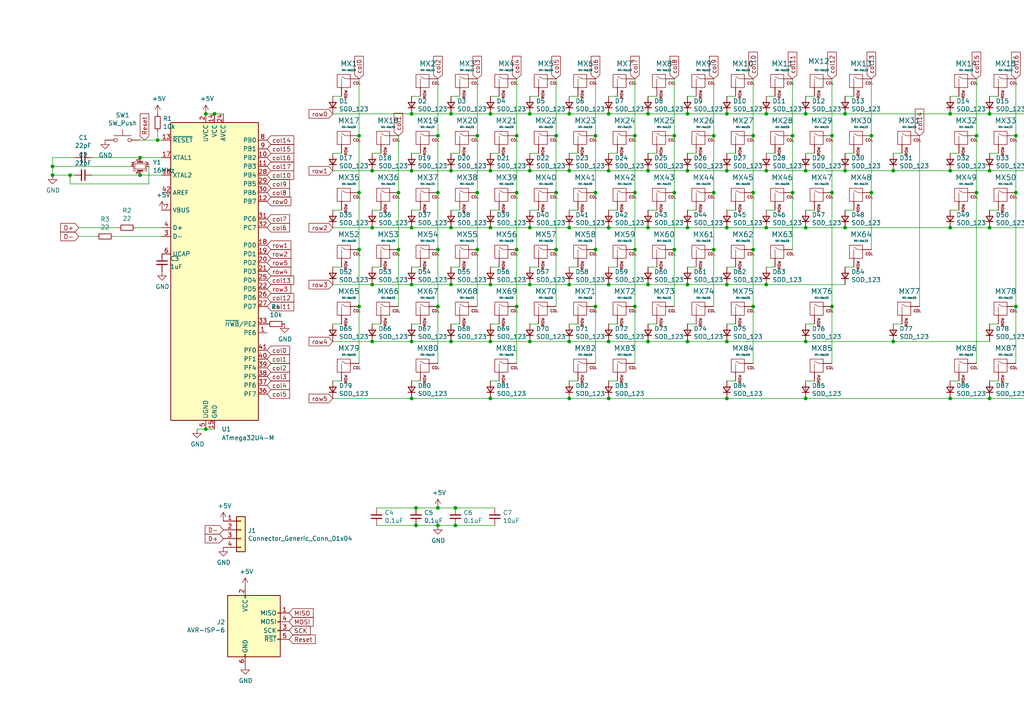
<source format=kicad_sch>
(kicad_sch (version 20211123) (generator eeschema)
  (paper "A4")
  (lib_symbols
    (symbol "Connector:AVR-ISP-6" (pin_names (offset 1.016))
      (property "Reference" "J" (at -6.35 11.43 0))
      (property "Value" "AVR-ISP-6" (at 0 11.43 0))
      (symbol "AVR-ISP-6_1_1"
        (pin passive line (at 10.16 5.08 180) (length 2.54) (name "MISO") (number "1"))
        (pin passive line (at -2.54 12.7 270) (length 2.54) (name "VCC") (number "2"))
        (pin passive line (at 10.16 0 180) (length 2.54) (name "SCK") (number "3"))
        (pin passive line (at 10.16 2.54 180) (length 2.54) (name "MOSI") (number "4"))
        (pin passive line (at 10.16 -2.54 180) (length 2.54) (name "~{RST}") (number "5"))
        (pin passive line (at -2.54 -10.16 90) (length 2.54) (name "GND") (number "6"))
      )
    )
    (symbol "Device:C_Small" (pin_numbers hide) (pin_names (offset 0.254) hide)
      (property "Reference" "C" (at 0.254 1.778 0))
      (property "Value" "C_Small" (at 0.254 -2.032 0))
      (symbol "C_Small_1_1"
        (pin passive line (at 0 2.54 270) (length 2.032) (name "~") (number "1"))
        (pin passive line (at 0 -2.54 90) (length 2.032) (name "~") (number "2"))
      )
    )
    (symbol "Device:Crystal_GND24_Small" (pin_names (offset 1.016) hide)
      (property "Reference" "Y" (at 1.27 4.445 0))
      (property "Value" "Crystal_GND24_Small" (at 1.27 2.54 0))
      (symbol "Crystal_GND24_Small_1_1"
        (pin passive line (at -2.54 0 0) (length 1.27) (name "1") (number "1"))
        (pin passive line (at 0 -2.54 90) (length 0.635) (name "2") (number "2"))
        (pin passive line (at 2.54 0 180) (length 1.27) (name "3") (number "3"))
        (pin passive line (at 0 2.54 270) (length 0.635) (name "4") (number "4"))
      )
    )
    (symbol "Device:D_Small" (pin_numbers hide) (pin_names (offset 0.254) hide)
      (property "Reference" "D" (at -1.27 2.032 0))
      (property "Value" "D_Small" (at -3.81 -2.032 0))
      (symbol "D_Small_1_1"
        (pin passive line (at -2.54 0 0) (length 1.778) (name "K") (number "1"))
        (pin passive line (at 2.54 0 180) (length 1.778) (name "A") (number "2"))
      )
    )
    (symbol "Device:R_Small" (pin_numbers hide) (pin_names (offset 0.254) hide)
      (property "Reference" "R" (at 0.762 0.508 0))
      (property "Value" "R_Small" (at 0.762 -1.016 0))
      (symbol "R_Small_1_1"
        (pin passive line (at 0 2.54 270) (length 0.762) (name "~") (number "1"))
        (pin passive line (at 0 -2.54 90) (length 0.762) (name "~") (number "2"))
      )
    )
    (symbol "MCU_Microchip_ATmega:ATmega32U4-M"
      (property "Reference" "U" (at -12.7 44.45 0))
      (property "Value" "ATmega32U4-M" (at 2.54 -44.45 0))
      (symbol "ATmega32U4-M_1_1"
        (pin bidirectional line (at 15.24 -17.78 180) (length 2.54) (name "PE6") (number "1"))
        (pin bidirectional line (at 15.24 33.02 180) (length 2.54) (name "PB2") (number "10"))
        (pin bidirectional line (at 15.24 30.48 180) (length 2.54) (name "PB3") (number "11"))
        (pin bidirectional line (at 15.24 20.32 180) (length 2.54) (name "PB7") (number "12"))
        (pin input line (at -15.24 38.1 0) (length 2.54) (name "~{RESET}") (number "13"))
        (pin power_in line (at 0 45.72 270) (length 2.54) (name "VCC") (number "14"))
        (pin power_in line (at 0 -45.72 90) (length 2.54) (name "GND") (number "15"))
        (pin output line (at -15.24 27.94 0) (length 2.54) (name "XTAL2") (number "16"))
        (pin input line (at -15.24 33.02 0) (length 2.54) (name "XTAL1") (number "17"))
        (pin bidirectional line (at 15.24 7.62 180) (length 2.54) (name "PD0") (number "18"))
        (pin bidirectional line (at 15.24 5.08 180) (length 2.54) (name "PD1") (number "19"))
        (pin power_in line (at -2.54 45.72 270) (length 2.54) (name "UVCC") (number "2"))
        (pin bidirectional line (at 15.24 2.54 180) (length 2.54) (name "PD2") (number "20"))
        (pin bidirectional line (at 15.24 0 180) (length 2.54) (name "PD3") (number "21"))
        (pin bidirectional line (at 15.24 -5.08 180) (length 2.54) (name "PD5") (number "22"))
        (pin passive line (at 0 -45.72 90) (length 2.54) hide (name "GND") (number "23"))
        (pin power_in line (at 2.54 45.72 270) (length 2.54) (name "AVCC") (number "24"))
        (pin bidirectional line (at 15.24 -2.54 180) (length 2.54) (name "PD4") (number "25"))
        (pin bidirectional line (at 15.24 -7.62 180) (length 2.54) (name "PD6") (number "26"))
        (pin bidirectional line (at 15.24 -10.16 180) (length 2.54) (name "PD7") (number "27"))
        (pin bidirectional line (at 15.24 27.94 180) (length 2.54) (name "PB4") (number "28"))
        (pin bidirectional line (at 15.24 25.4 180) (length 2.54) (name "PB5") (number "29"))
        (pin bidirectional line (at -15.24 10.16 0) (length 2.54) (name "D-") (number "3"))
        (pin bidirectional line (at 15.24 22.86 180) (length 2.54) (name "PB6") (number "30"))
        (pin bidirectional line (at 15.24 15.24 180) (length 2.54) (name "PC6") (number "31"))
        (pin bidirectional line (at 15.24 12.7 180) (length 2.54) (name "PC7") (number "32"))
        (pin bidirectional line (at 15.24 -15.24 180) (length 2.54) (name "~{HWB}/PE2") (number "33"))
        (pin passive line (at 0 45.72 270) (length 2.54) hide (name "VCC") (number "34"))
        (pin passive line (at 0 -45.72 90) (length 2.54) hide (name "GND") (number "35"))
        (pin bidirectional line (at 15.24 -35.56 180) (length 2.54) (name "PF7") (number "36"))
        (pin bidirectional line (at 15.24 -33.02 180) (length 2.54) (name "PF6") (number "37"))
        (pin bidirectional line (at 15.24 -30.48 180) (length 2.54) (name "PF5") (number "38"))
        (pin bidirectional line (at 15.24 -27.94 180) (length 2.54) (name "PF4") (number "39"))
        (pin bidirectional line (at -15.24 12.7 0) (length 2.54) (name "D+") (number "4"))
        (pin bidirectional line (at 15.24 -25.4 180) (length 2.54) (name "PF1") (number "40"))
        (pin bidirectional line (at 15.24 -22.86 180) (length 2.54) (name "PF0") (number "41"))
        (pin passive line (at -15.24 22.86 0) (length 2.54) (name "AREF") (number "42"))
        (pin passive line (at 0 -45.72 90) (length 2.54) hide (name "GND") (number "43"))
        (pin passive line (at 2.54 45.72 270) (length 2.54) hide (name "AVCC") (number "44"))
        (pin passive line (at 0 -45.72 90) (length 2.54) hide (name "GND") (number "45"))
        (pin passive line (at -2.54 -45.72 90) (length 2.54) (name "UGND") (number "5"))
        (pin passive line (at -15.24 5.08 0) (length 2.54) (name "UCAP") (number "6"))
        (pin input line (at -15.24 17.78 0) (length 2.54) (name "VBUS") (number "7"))
        (pin bidirectional line (at 15.24 38.1 180) (length 2.54) (name "PB0") (number "8"))
        (pin bidirectional line (at 15.24 35.56 180) (length 2.54) (name "PB1") (number "9"))
      )
    )
    (symbol "MX_Alps_Hybrid:MX-NoLED" (pin_names (offset 1.016))
      (property "Reference" "MX" (at -0.635 3.81 0))
      (property "Value" "MX-NoLED" (at -0.635 1.27 0))
      (symbol "MX-NoLED_0_0"
        (text "COL" (at 3.175 0 0) (effects (font (size 0.762 0.762))))
        (text "ROW" (at 0 -1.905 900) (effects (font (size 0.762 0.762)) (justify right)))
      )
      (symbol "MX-NoLED_1_1"
        (pin passive line (at 3.81 1.27 180) (length 2.54) (name "COL") (number "1"))
        (pin passive line (at -1.27 -3.81 90) (length 2.54) (name "ROW") (number "2"))
      )
    )
    (symbol "Switch:SW_Push" (pin_numbers hide) (pin_names (offset 1.016) hide)
      (property "Reference" "SW" (at 1.27 2.54 0))
      (property "Value" "SW_Push" (at 0 -1.524 0))
      (symbol "SW_Push_0_1"
        (pin passive line (at -5.08 0 0) (length 2.54) (name "1") (number "1"))
        (pin passive line (at 5.08 0 180) (length 2.54) (name "2") (number "2"))
      )
    )
    (symbol "justbeyou-rescue:Connector_Generic_Conn_01x04-Unified-Daughterboard-cache" (pin_names (offset 1.016) hide)
      (property "Reference" "J" (at 0 5.08 0))
      (property "Value" "Connector_Generic_Conn_01x04-Unified-Daughterboard-cache" (at 0 -7.62 0))
      (symbol "Connector_Generic_Conn_01x04-Unified-Daughterboard-cache_1_1"
        (pin passive line (at -5.08 2.54 0) (length 3.81) (name "Pin_1") (number "1"))
        (pin passive line (at -5.08 0 0) (length 3.81) (name "Pin_2") (number "2"))
        (pin passive line (at -5.08 -2.54 0) (length 3.81) (name "Pin_3") (number "3"))
        (pin passive line (at -5.08 -5.08 0) (length 3.81) (name "Pin_4") (number "4"))
      )
    )
    (symbol "power:+5V" (power) (pin_names (offset 0))
      (property "Value" "+5V" (at 0 3.556 0))
      (symbol "+5V_1_1"
        (pin power_in line (at 0 0 90) (length 0) hide (name "+5V") (number "1"))
      )
    )
    (symbol "power:GND" (power) (pin_names (offset 0))
      (property "Value" "GND" (at 0 -3.81 0))
      (symbol "GND_1_1"
        (pin power_in line (at 0 0 270) (length 0) hide (name "GND") (number "1"))
      )
    )
  )
  (junction (at 104.14 55.88))
  (junction (at 119.38 49.53))
  (junction (at 252.73 39.37))
  (junction (at 207.01 39.37))
  (junction (at 233.68 115.57))
  (junction (at 161.29 39.37))
  (junction (at 59.69 33.02))
  (junction (at 275.59 66.04))
  (junction (at 218.44 88.9))
  (junction (at 127 72.39))
  (junction (at 165.1 33.02))
  (junction (at 210.82 66.04))
  (junction (at 233.68 66.04))
  (junction (at 187.96 49.53))
  (junction (at 199.39 49.53))
  (junction (at 104.14 39.37))
  (junction (at 119.38 115.57))
  (junction (at 283.21 39.37))
  (junction (at 306.07 55.88))
  (junction (at 104.14 88.9))
  (junction (at 62.23 33.02))
  (junction (at 172.72 39.37))
  (junction (at 275.59 33.02))
  (junction (at 130.81 66.04))
  (junction (at 107.95 49.53))
  (junction (at 165.1 82.55))
  (junction (at 222.25 66.04))
  (junction (at 153.67 82.55))
  (junction (at 172.72 88.9))
  (junction (at 165.1 49.53))
  (junction (at 142.24 33.02))
  (junction (at 127 147.32))
  (junction (at 222.25 33.02))
  (junction (at 275.59 115.57))
  (junction (at 153.67 99.06))
  (junction (at 176.53 66.04))
  (junction (at 130.81 99.06))
  (junction (at 245.11 66.04))
  (junction (at 115.57 55.88))
  (junction (at 294.64 55.88))
  (junction (at 153.67 66.04))
  (junction (at 195.58 39.37))
  (junction (at 107.95 82.55))
  (junction (at 127 55.88))
  (junction (at 172.72 72.39))
  (junction (at 130.81 49.53))
  (junction (at 207.01 72.39))
  (junction (at 40.64 50.8))
  (junction (at 142.24 99.06))
  (junction (at 138.43 55.88))
  (junction (at 184.15 72.39))
  (junction (at 149.86 55.88))
  (junction (at 153.67 49.53))
  (junction (at 138.43 39.37))
  (junction (at 165.1 66.04))
  (junction (at 142.24 115.57))
  (junction (at 176.53 49.53))
  (junction (at 199.39 99.06))
  (junction (at 287.02 115.57))
  (junction (at 199.39 66.04))
  (junction (at 142.24 82.55))
  (junction (at 59.69 124.46))
  (junction (at 149.86 88.9))
  (junction (at 132.08 152.4))
  (junction (at 210.82 49.53))
  (junction (at 142.24 49.53))
  (junction (at 218.44 39.37))
  (junction (at 210.82 99.06))
  (junction (at 229.87 39.37))
  (junction (at 172.72 55.88))
  (junction (at 222.25 82.55))
  (junction (at 165.1 115.57))
  (junction (at 15.24 48.26))
  (junction (at 233.68 99.06))
  (junction (at 176.53 82.55))
  (junction (at 252.73 55.88))
  (junction (at 130.81 82.55))
  (junction (at 127 39.37))
  (junction (at 218.44 72.39))
  (junction (at 218.44 55.88))
  (junction (at 199.39 82.55))
  (junction (at 294.64 88.9))
  (junction (at 241.3 55.88))
  (junction (at 195.58 72.39))
  (junction (at 287.02 33.02))
  (junction (at 161.29 55.88))
  (junction (at 40.64 45.72))
  (junction (at 259.08 49.53))
  (junction (at 241.3 88.9))
  (junction (at 283.21 55.88))
  (junction (at 210.82 33.02))
  (junction (at 176.53 115.57))
  (junction (at 132.08 147.32))
  (junction (at 210.82 115.57))
  (junction (at 287.02 49.53))
  (junction (at 20.32 50.8))
  (junction (at 210.82 82.55))
  (junction (at 187.96 66.04))
  (junction (at 161.29 72.39))
  (junction (at 195.58 55.88))
  (junction (at 120.65 147.32))
  (junction (at 45.72 40.64))
  (junction (at 187.96 82.55))
  (junction (at 245.11 33.02))
  (junction (at 107.95 99.06))
  (junction (at 165.1 99.06))
  (junction (at 233.68 33.02))
  (junction (at 187.96 33.02))
  (junction (at 104.14 72.39))
  (junction (at 176.53 33.02))
  (junction (at 187.96 99.06))
  (junction (at 127 152.4))
  (junction (at 130.81 33.02))
  (junction (at 107.95 66.04))
  (junction (at 184.15 55.88))
  (junction (at 184.15 39.37))
  (junction (at 294.64 39.37))
  (junction (at 241.3 39.37))
  (junction (at 149.86 39.37))
  (junction (at 119.38 99.06))
  (junction (at 119.38 82.55))
  (junction (at 259.08 99.06))
  (junction (at 127 88.9))
  (junction (at 229.87 55.88))
  (junction (at 287.02 66.04))
  (junction (at 119.38 33.02))
  (junction (at 142.24 66.04))
  (junction (at 207.01 55.88))
  (junction (at 115.57 72.39))
  (junction (at 275.59 49.53))
  (junction (at 153.67 33.02))
  (junction (at 245.11 49.53))
  (junction (at 199.39 33.02))
  (junction (at 233.68 49.53))
  (junction (at 15.24 50.8))
  (junction (at 149.86 72.39))
  (junction (at 119.38 66.04))
  (junction (at 184.15 88.9))
  (junction (at 138.43 72.39))
  (junction (at 222.25 49.53))
  (junction (at 306.07 39.37))
  (junction (at 120.65 152.4))
  (junction (at 176.53 99.06))
  (wire (pts (xy 241.3 39.37) (xy 241.3 55.88)))
  (wire (pts (xy 120.65 147.32) (xy 127 147.32)))
  (wire (pts (xy 62.23 33.02) (xy 64.77 33.02)))
  (wire (pts (xy 104.14 72.39) (xy 104.14 88.9)))
  (wire (pts (xy 130.81 66.04) (xy 142.24 66.04)))
  (wire (pts (xy 172.72 39.37) (xy 172.72 55.88)))
  (wire (pts (xy 165.1 77.47) (xy 167.64 77.47)))
  (wire (pts (xy 119.38 27.94) (xy 121.92 27.94)))
  (wire (pts (xy 210.82 82.55) (xy 199.39 82.55)))
  (wire (pts (xy 222.25 49.53) (xy 233.68 49.53)))
  (wire (pts (xy 165.1 66.04) (xy 176.53 66.04)))
  (wire (pts (xy 199.39 49.53) (xy 210.82 49.53)))
  (wire (pts (xy 119.38 82.55) (xy 107.95 82.55)))
  (wire (pts (xy 283.21 22.86) (xy 283.21 39.37)))
  (wire (pts (xy 176.53 60.96) (xy 179.07 60.96)))
  (wire (pts (xy 222.25 60.96) (xy 224.79 60.96)))
  (wire (pts (xy 176.53 99.06) (xy 187.96 99.06)))
  (wire (pts (xy 96.52 110.49) (xy 99.06 110.49)))
  (wire (pts (xy 195.58 39.37) (xy 195.58 55.88)))
  (wire (pts (xy 119.38 49.53) (xy 130.81 49.53)))
  (wire (pts (xy 266.7 39.37) (xy 266.7 88.9)))
  (wire (pts (xy 142.24 27.94) (xy 144.78 27.94)))
  (wire (pts (xy 153.67 66.04) (xy 165.1 66.04)))
  (wire (pts (xy 210.82 77.47) (xy 213.36 77.47)))
  (wire (pts (xy 176.53 82.55) (xy 165.1 82.55)))
  (wire (pts (xy 199.39 60.96) (xy 201.93 60.96)))
  (wire (pts (xy 298.45 60.96) (xy 300.99 60.96)))
  (wire (pts (xy 161.29 55.88) (xy 161.29 39.37)))
  (wire (pts (xy 153.67 82.55) (xy 142.24 82.55)))
  (wire (pts (xy 107.95 60.96) (xy 110.49 60.96)))
  (wire (pts (xy 107.95 66.04) (xy 119.38 66.04)))
  (wire (pts (xy 229.87 22.86) (xy 229.87 39.37)))
  (wire (pts (xy 109.22 147.32) (xy 120.65 147.32)))
  (wire (pts (xy 222.25 82.55) (xy 210.82 82.55)))
  (wire (pts (xy 96.52 49.53) (xy 107.95 49.53)))
  (wire (pts (xy 294.64 105.41) (xy 294.64 88.9)))
  (wire (pts (xy 104.14 22.86) (xy 104.14 39.37)))
  (wire (pts (xy 130.81 49.53) (xy 142.24 49.53)))
  (wire (pts (xy 187.96 44.45) (xy 190.5 44.45)))
  (wire (pts (xy 184.15 22.86) (xy 184.15 39.37)))
  (wire (pts (xy 20.32 53.34) (xy 20.32 50.8)))
  (wire (pts (xy 127 72.39) (xy 127 88.9)))
  (wire (pts (xy 57.15 124.46) (xy 59.69 124.46)))
  (wire (pts (xy 165.1 44.45) (xy 167.64 44.45)))
  (wire (pts (xy 218.44 55.88) (xy 218.44 72.39)))
  (wire (pts (xy 176.53 77.47) (xy 179.07 77.47)))
  (wire (pts (xy 199.39 93.98) (xy 201.93 93.98)))
  (wire (pts (xy 207.01 55.88) (xy 207.01 39.37)))
  (wire (pts (xy 287.02 110.49) (xy 289.56 110.49)))
  (wire (pts (xy 142.24 60.96) (xy 144.78 60.96)))
  (wire (pts (xy 187.96 99.06) (xy 199.39 99.06)))
  (wire (pts (xy 245.11 33.02) (xy 233.68 33.02)))
  (wire (pts (xy 130.81 82.55) (xy 119.38 82.55)))
  (wire (pts (xy 245.11 44.45) (xy 247.65 44.45)))
  (wire (pts (xy 149.86 88.9) (xy 149.86 105.41)))
  (wire (pts (xy 187.96 49.53) (xy 199.39 49.53)))
  (wire (pts (xy 199.39 66.04) (xy 210.82 66.04)))
  (wire (pts (xy 241.3 88.9) (xy 241.3 105.41)))
  (wire (pts (xy 142.24 77.47) (xy 144.78 77.47)))
  (wire (pts (xy 142.24 115.57) (xy 165.1 115.57)))
  (wire (pts (xy 252.73 22.86) (xy 252.73 39.37)))
  (wire (pts (xy 184.15 88.9) (xy 184.15 105.41)))
  (wire (pts (xy 210.82 49.53) (xy 222.25 49.53)))
  (wire (pts (xy 107.95 44.45) (xy 110.49 44.45)))
  (wire (pts (xy 96.52 44.45) (xy 99.06 44.45)))
  (wire (pts (xy 119.38 77.47) (xy 121.92 77.47)))
  (wire (pts (xy 195.58 39.37) (xy 195.58 22.86)))
  (wire (pts (xy 275.59 110.49) (xy 278.13 110.49)))
  (wire (pts (xy 287.02 66.04) (xy 298.45 66.04)))
  (wire (pts (xy 161.29 88.9) (xy 161.29 72.39)))
  (wire (pts (xy 161.29 72.39) (xy 161.29 55.88)))
  (wire (pts (xy 153.67 44.45) (xy 156.21 44.45)))
  (wire (pts (xy 107.95 77.47) (xy 110.49 77.47)))
  (wire (pts (xy 130.81 99.06) (xy 142.24 99.06)))
  (wire (pts (xy 275.59 49.53) (xy 287.02 49.53)))
  (wire (pts (xy 259.08 44.45) (xy 261.62 44.45)))
  (wire (pts (xy 222.25 33.02) (xy 210.82 33.02)))
  (wire (pts (xy 176.53 49.53) (xy 187.96 49.53)))
  (wire (pts (xy 245.11 66.04) (xy 275.59 66.04)))
  (wire (pts (xy 210.82 110.49) (xy 213.36 110.49)))
  (wire (pts (xy 165.1 33.02) (xy 153.67 33.02)))
  (wire (pts (xy 199.39 77.47) (xy 201.93 77.47)))
  (wire (pts (xy 207.01 88.9) (xy 207.01 72.39)))
  (wire (pts (xy 15.24 45.72) (xy 15.24 48.26)))
  (wire (pts (xy 119.38 44.45) (xy 121.92 44.45)))
  (wire (pts (xy 138.43 55.88) (xy 138.43 39.37)))
  (wire (pts (xy 115.57 88.9) (xy 115.57 72.39)))
  (wire (pts (xy 15.24 48.26) (xy 15.24 50.8)))
  (wire (pts (xy 199.39 33.02) (xy 187.96 33.02)))
  (wire (pts (xy 210.82 33.02) (xy 199.39 33.02)))
  (wire (pts (xy 176.53 27.94) (xy 179.07 27.94)))
  (wire (pts (xy 222.25 27.94) (xy 224.79 27.94)))
  (wire (pts (xy 142.24 44.45) (xy 144.78 44.45)))
  (wire (pts (xy 59.69 124.46) (xy 62.23 124.46)))
  (wire (pts (xy 132.08 152.4) (xy 143.51 152.4)))
  (wire (pts (xy 142.24 33.02) (xy 130.81 33.02)))
  (wire (pts (xy 96.52 99.06) (xy 107.95 99.06)))
  (wire (pts (xy 127 55.88) (xy 127 72.39)))
  (wire (pts (xy 43.18 53.34) (xy 20.32 53.34)))
  (wire (pts (xy 241.3 55.88) (xy 241.3 88.9)))
  (wire (pts (xy 96.52 93.98) (xy 99.06 93.98)))
  (wire (pts (xy 245.11 60.96) (xy 247.65 60.96)))
  (wire (pts (xy 45.72 38.1) (xy 45.72 40.64)))
  (wire (pts (xy 275.59 44.45) (xy 278.13 44.45)))
  (wire (pts (xy 287.02 27.94) (xy 289.56 27.94)))
  (wire (pts (xy 165.1 99.06) (xy 176.53 99.06)))
  (wire (pts (xy 195.58 55.88) (xy 195.58 72.39)))
  (wire (pts (xy 165.1 93.98) (xy 167.64 93.98)))
  (wire (pts (xy 149.86 39.37) (xy 149.86 22.86)))
  (wire (pts (xy 199.39 44.45) (xy 201.93 44.45)))
  (wire (pts (xy 20.32 50.8) (xy 15.24 50.8)))
  (wire (pts (xy 104.14 88.9) (xy 104.14 105.41)))
  (wire (pts (xy 161.29 22.86) (xy 161.29 39.37)))
  (wire (pts (xy 298.45 115.57) (xy 287.02 115.57)))
  (wire (pts (xy 176.53 66.04) (xy 187.96 66.04)))
  (wire (pts (xy 252.73 55.88) (xy 252.73 72.39)))
  (wire (pts (xy 199.39 99.06) (xy 210.82 99.06)))
  (wire (pts (xy 283.21 55.88) (xy 283.21 105.41)))
  (wire (pts (xy 298.45 33.02) (xy 287.02 33.02)))
  (wire (pts (xy 210.82 66.04) (xy 222.25 66.04)))
  (wire (pts (xy 210.82 44.45) (xy 213.36 44.45)))
  (wire (pts (xy 138.43 72.39) (xy 138.43 55.88)))
  (wire (pts (xy 104.14 39.37) (xy 104.14 55.88)))
  (wire (pts (xy 176.53 44.45) (xy 179.07 44.45)))
  (wire (pts (xy 287.02 115.57) (xy 275.59 115.57)))
  (wire (pts (xy 40.64 50.8) (xy 26.67 50.8)))
  (wire (pts (xy 176.53 110.49) (xy 179.07 110.49)))
  (wire (pts (xy 233.68 44.45) (xy 236.22 44.45)))
  (wire (pts (xy 153.67 33.02) (xy 142.24 33.02)))
  (wire (pts (xy 138.43 88.9) (xy 138.43 72.39)))
  (wire (pts (xy 165.1 60.96) (xy 167.64 60.96)))
  (wire (pts (xy 127 147.32) (xy 132.08 147.32)))
  (wire (pts (xy 59.69 33.02) (xy 62.23 33.02)))
  (wire (pts (xy 187.96 93.98) (xy 190.5 93.98)))
  (wire (pts (xy 149.86 39.37) (xy 149.86 55.88)))
  (wire (pts (xy 252.73 39.37) (xy 252.73 55.88)))
  (wire (pts (xy 96.52 66.04) (xy 107.95 66.04)))
  (wire (pts (xy 119.38 99.06) (xy 130.81 99.06)))
  (wire (pts (xy 218.44 39.37) (xy 218.44 22.86)))
  (wire (pts (xy 210.82 115.57) (xy 176.53 115.57)))
  (wire (pts (xy 199.39 27.94) (xy 201.93 27.94)))
  (wire (pts (xy 233.68 99.06) (xy 259.08 99.06)))
  (wire (pts (xy 298.45 44.45) (xy 300.99 44.45)))
  (wire (pts (xy 130.81 44.45) (xy 133.35 44.45)))
  (wire (pts (xy 187.96 27.94) (xy 190.5 27.94)))
  (wire (pts (xy 96.52 27.94) (xy 99.06 27.94)))
  (wire (pts (xy 130.81 60.96) (xy 133.35 60.96)))
  (wire (pts (xy 119.38 33.02) (xy 96.52 33.02)))
  (wire (pts (xy 153.67 27.94) (xy 156.21 27.94)))
  (wire (pts (xy 210.82 60.96) (xy 213.36 60.96)))
  (wire (pts (xy 153.67 93.98) (xy 156.21 93.98)))
  (wire (pts (xy 229.87 72.39) (xy 229.87 55.88)))
  (wire (pts (xy 275.59 33.02) (xy 245.11 33.02)))
  (wire (pts (xy 275.59 27.94) (xy 278.13 27.94)))
  (wire (pts (xy 294.64 55.88) (xy 294.64 39.37)))
  (wire (pts (xy 119.38 93.98) (xy 121.92 93.98)))
  (wire (pts (xy 127 39.37) (xy 127 55.88)))
  (wire (pts (xy 104.14 55.88) (xy 104.14 72.39)))
  (wire (pts (xy 119.38 115.57) (xy 96.52 115.57)))
  (wire (pts (xy 26.67 45.72) (xy 40.64 45.72)))
  (wire (pts (xy 153.67 60.96) (xy 156.21 60.96)))
  (wire (pts (xy 218.44 39.37) (xy 218.44 55.88)))
  (wire (pts (xy 184.15 72.39) (xy 184.15 55.88)))
  (wire (pts (xy 142.24 110.49) (xy 144.78 110.49)))
  (wire (pts (xy 142.24 82.55) (xy 130.81 82.55)))
  (wire (pts (xy 130.81 33.02) (xy 119.38 33.02)))
  (wire (pts (xy 142.24 93.98) (xy 144.78 93.98)))
  (wire (pts (xy 165.1 110.49) (xy 167.64 110.49)))
  (wire (pts (xy 21.59 45.72) (xy 15.24 45.72)))
  (wire (pts (xy 127 152.4) (xy 132.08 152.4)))
  (wire (pts (xy 245.11 49.53) (xy 259.08 49.53)))
  (wire (pts (xy 107.95 82.55) (xy 96.52 82.55)))
  (wire (pts (xy 119.38 110.49) (xy 121.92 110.49)))
  (wire (pts (xy 39.37 66.04) (xy 46.99 66.04)))
  (wire (pts (xy 245.11 27.94) (xy 247.65 27.94)))
  (wire (pts (xy 233.68 115.57) (xy 210.82 115.57)))
  (wire (pts (xy 176.53 115.57) (xy 165.1 115.57)))
  (wire (pts (xy 149.86 55.88) (xy 149.86 72.39)))
  (wire (pts (xy 195.58 72.39) (xy 195.58 88.9)))
  (wire (pts (xy 207.01 22.86) (xy 207.01 39.37)))
  (wire (pts (xy 241.3 22.86) (xy 241.3 39.37)))
  (wire (pts (xy 153.67 77.47) (xy 156.21 77.47)))
  (wire (pts (xy 287.02 33.02) (xy 275.59 33.02)))
  (wire (pts (xy 153.67 99.06) (xy 165.1 99.06)))
  (wire (pts (xy 275.59 115.57) (xy 233.68 115.57)))
  (wire (pts (xy 233.68 110.49) (xy 236.22 110.49)))
  (wire (pts (xy 210.82 99.06) (xy 233.68 99.06)))
  (wire (pts (xy 287.02 93.98) (xy 289.56 93.98)))
  (wire (pts (xy 21.59 50.8) (xy 20.32 50.8)))
  (wire (pts (xy 149.86 72.39) (xy 149.86 88.9)))
  (wire (pts (xy 275.59 66.04) (xy 287.02 66.04)))
  (wire (pts (xy 130.81 93.98) (xy 133.35 93.98)))
  (wire (pts (xy 287.02 60.96) (xy 289.56 60.96)))
  (wire (pts (xy 46.99 68.58) (xy 33.02 68.58)))
  (wire (pts (xy 287.02 44.45) (xy 289.56 44.45)))
  (wire (pts (xy 218.44 72.39) (xy 218.44 88.9)))
  (wire (pts (xy 187.96 77.47) (xy 190.5 77.47)))
  (wire (pts (xy 233.68 93.98) (xy 236.22 93.98)))
  (wire (pts (xy 306.07 22.86) (xy 306.07 39.37)))
  (wire (pts (xy 172.72 39.37) (xy 172.72 22.86)))
  (wire (pts (xy 40.64 40.64) (xy 45.72 40.64)))
  (wire (pts (xy 96.52 77.47) (xy 99.06 77.47)))
  (wire (pts (xy 283.21 39.37) (xy 283.21 55.88)))
  (wire (pts (xy 275.59 60.96) (xy 278.13 60.96)))
  (wire (pts (xy 153.67 49.53) (xy 165.1 49.53)))
  (wire (pts (xy 245.11 82.55) (xy 222.25 82.55)))
  (wire (pts (xy 306.07 39.37) (xy 306.07 55.88)))
  (wire (pts (xy 222.25 77.47) (xy 224.79 77.47)))
  (wire (pts (xy 130.81 27.94) (xy 133.35 27.94)))
  (wire (pts (xy 119.38 60.96) (xy 121.92 60.96)))
  (wire (pts (xy 176.53 93.98) (xy 179.07 93.98)))
  (wire (pts (xy 259.08 99.06) (xy 287.02 99.06)))
  (wire (pts (xy 222.25 66.04) (xy 233.68 66.04)))
  (wire (pts (xy 142.24 49.53) (xy 153.67 49.53)))
  (wire (pts (xy 298.45 27.94) (xy 300.99 27.94)))
  (wire (pts (xy 233.68 66.04) (xy 245.11 66.04)))
  (wire (pts (xy 184.15 88.9) (xy 184.15 72.39)))
  (wire (pts (xy 245.11 77.47) (xy 247.65 77.47)))
  (wire (pts (xy 187.96 82.55) (xy 176.53 82.55)))
  (wire (pts (xy 107.95 99.06) (xy 119.38 99.06)))
  (wire (pts (xy 142.24 115.57) (xy 119.38 115.57)))
  (wire (pts (xy 207.01 72.39) (xy 207.01 55.88)))
  (wire (pts (xy 176.53 33.02) (xy 165.1 33.02)))
  (wire (pts (xy 107.95 93.98) (xy 110.49 93.98)))
  (wire (pts (xy 187.96 60.96) (xy 190.5 60.96)))
  (wire (pts (xy 233.68 27.94) (xy 236.22 27.94)))
  (wire (pts (xy 142.24 99.06) (xy 153.67 99.06)))
  (wire (pts (xy 45.72 40.64) (xy 46.99 40.64)))
  (wire (pts (xy 132.08 147.32) (xy 143.51 147.32)))
  (wire (pts (xy 38.1 48.26) (xy 15.24 48.26)))
  (wire (pts (xy 165.1 82.55) (xy 153.67 82.55)))
  (wire (pts (xy 199.39 82.55) (xy 187.96 82.55)))
  (wire (pts (xy 233.68 33.02) (xy 222.25 33.02)))
  (wire (pts (xy 96.52 60.96) (xy 99.06 60.96)))
  (wire (pts (xy 233.68 49.53) (xy 245.11 49.53)))
  (wire (pts (xy 115.57 72.39) (xy 115.57 55.88)))
  (wire (pts (xy 218.44 88.9) (xy 218.44 105.41)))
  (wire (pts (xy 27.94 68.58) (xy 22.86 68.58)))
  (wire (pts (xy 46.99 45.72) (xy 40.64 45.72)))
  (wire (pts (xy 119.38 66.04) (xy 130.81 66.04)))
  (wire (pts (xy 287.02 49.53) (xy 298.45 49.53)))
  (wire (pts (xy 306.07 55.88) (xy 306.07 105.41)))
  (wire (pts (xy 165.1 27.94) (xy 167.64 27.94)))
  (wire (pts (xy 165.1 49.53) (xy 176.53 49.53)))
  (wire (pts (xy 222.25 44.45) (xy 224.79 44.45)))
  (wire (pts (xy 34.29 66.04) (xy 22.86 66.04)))
  (wire (pts (xy 138.43 22.86) (xy 138.43 39.37)))
  (wire (pts (xy 184.15 55.88) (xy 184.15 39.37)))
  (wire (pts (xy 142.24 66.04) (xy 153.67 66.04)))
  (wire (pts (xy 294.64 88.9) (xy 294.64 55.88)))
  (wire (pts (xy 130.81 77.47) (xy 133.35 77.47)))
  (wire (pts (xy 120.65 152.4) (xy 127 152.4)))
  (wire (pts (xy 259.08 93.98) (xy 261.62 93.98)))
  (wire (pts (xy 210.82 93.98) (xy 213.36 93.98)))
  (wire (pts (xy 107.95 49.53) (xy 119.38 49.53)))
  (wire (pts (xy 187.96 66.04) (xy 199.39 66.04)))
  (wire (pts (xy 210.82 27.94) (xy 213.36 27.94)))
  (wire (pts (xy 40.64 50.8) (xy 46.99 50.8)))
  (wire (pts (xy 187.96 33.02) (xy 176.53 33.02)))
  (wire (pts (xy 109.22 152.4) (xy 120.65 152.4)))
  (wire (pts (xy 115.57 55.88) (xy 115.57 39.37)))
  (wire (pts (xy 229.87 55.88) (xy 229.87 39.37)))
  (wire (pts (xy 172.72 72.39) (xy 172.72 88.9)))
  (wire (pts (xy 43.18 48.26) (xy 43.18 53.34)))
  (wire (pts (xy 127 39.37) (xy 127 22.86)))
  (wire (pts (xy 298.45 110.49) (xy 300.99 110.49)))
  (wire (pts (xy 172.72 55.88) (xy 172.72 72.39)))
  (wire (pts (xy 233.68 60.96) (xy 236.22 60.96)))
  (wire (pts (xy 172.72 88.9) (xy 172.72 105.41)))
  (wire (pts (xy 127 88.9) (xy 127 105.41)))
  (wire (pts (xy 259.08 49.53) (xy 275.59 49.53)))
  (wire (pts (xy 294.64 39.37) (xy 294.64 22.86)))
  (global_label "col3" (shape input) (at 138.43 22.86 90) (property "Intersheet References" "${INTERSHEET_REFS}" (effects hide)))
  (global_label "col17" (shape input) (at 77.47 48.26 0) (property "Intersheet References" "${INTERSHEET_REFS}" (effects hide)))
  (global_label "D+" (shape input) (at 64.77 156.21 180) (property "Intersheet References" "${INTERSHEET_REFS}" (effects hide)))
  (global_label "Reset" (shape input) (at 83.82 185.42 0) (property "Intersheet References" "${INTERSHEET_REFS}" (effects hide)))
  (global_label "col15" (shape input) (at 283.21 22.86 90) (property "Intersheet References" "${INTERSHEET_REFS}" (effects hide)))
  (global_label "col1" (shape input) (at 115.57 39.37 90) (property "Intersheet References" "${INTERSHEET_REFS}" (effects hide)))
  (global_label "row1" (shape input) (at 96.52 49.53 180) (property "Intersheet References" "${INTERSHEET_REFS}" (effects hide)))
  (global_label "col6" (shape input) (at 77.47 66.04 0) (property "Intersheet References" "${INTERSHEET_REFS}" (effects hide)))
  (global_label "row4" (shape input) (at 96.52 99.06 180) (property "Intersheet References" "${INTERSHEET_REFS}" (effects hide)))
  (global_label "col2" (shape input) (at 127 22.86 90) (property "Intersheet References" "${INTERSHEET_REFS}" (effects hide)))
  (global_label "col17" (shape input) (at 306.07 22.86 90) (property "Intersheet References" "${INTERSHEET_REFS}" (effects hide)))
  (global_label "col9" (shape input) (at 207.01 22.86 90) (property "Intersheet References" "${INTERSHEET_REFS}" (effects hide)))
  (global_label "row5" (shape input) (at 96.52 115.57 180) (property "Intersheet References" "${INTERSHEET_REFS}" (effects hide)))
  (global_label "col5" (shape input) (at 161.29 22.86 90) (property "Intersheet References" "${INTERSHEET_REFS}" (effects hide)))
  (global_label "col4" (shape input) (at 77.47 111.76 0) (property "Intersheet References" "${INTERSHEET_REFS}" (effects hide)))
  (global_label "row3" (shape input) (at 96.52 82.55 180) (property "Intersheet References" "${INTERSHEET_REFS}" (effects hide)))
  (global_label "col10" (shape input) (at 77.47 50.8 0) (property "Intersheet References" "${INTERSHEET_REFS}" (effects hide)))
  (global_label "col7" (shape input) (at 77.47 63.5 0) (property "Intersheet References" "${INTERSHEET_REFS}" (effects hide)))
  (global_label "Reset" (shape input) (at 41.91 40.64 90) (property "Intersheet References" "${INTERSHEET_REFS}" (effects hide)))
  (global_label "row3" (shape input) (at 77.47 83.82 0) (property "Intersheet References" "${INTERSHEET_REFS}" (effects hide)))
  (global_label "MISO" (shape input) (at 83.82 177.8 0) (property "Intersheet References" "${INTERSHEET_REFS}" (effects hide)))
  (global_label "col11" (shape input) (at 229.87 22.86 90) (property "Intersheet References" "${INTERSHEET_REFS}" (effects hide)))
  (global_label "row0" (shape input) (at 96.52 33.02 180) (property "Intersheet References" "${INTERSHEET_REFS}" (effects hide)))
  (global_label "row2" (shape input) (at 77.47 73.66 0) (property "Intersheet References" "${INTERSHEET_REFS}" (effects hide)))
  (global_label "col13" (shape input) (at 77.47 81.28 0) (property "Intersheet References" "${INTERSHEET_REFS}" (effects hide)))
  (global_label "row1" (shape input) (at 77.47 71.12 0) (property "Intersheet References" "${INTERSHEET_REFS}" (effects hide)))
  (global_label "D+" (shape input) (at 22.86 66.04 180) (property "Intersheet References" "${INTERSHEET_REFS}" (effects hide)))
  (global_label "row5" (shape input) (at 77.47 76.2 0) (property "Intersheet References" "${INTERSHEET_REFS}" (effects hide)))
  (global_label "D-" (shape input) (at 22.86 68.58 180) (property "Intersheet References" "${INTERSHEET_REFS}" (effects hide)))
  (global_label "col15" (shape input) (at 77.47 43.18 0) (property "Intersheet References" "${INTERSHEET_REFS}" (effects hide)))
  (global_label "col16" (shape input) (at 77.47 45.72 0) (property "Intersheet References" "${INTERSHEET_REFS}" (effects hide)))
  (global_label "col14" (shape input) (at 266.7 39.37 90) (property "Intersheet References" "${INTERSHEET_REFS}" (effects hide)))
  (global_label "col7" (shape input) (at 184.15 22.86 90) (property "Intersheet References" "${INTERSHEET_REFS}" (effects hide)))
  (global_label "col12" (shape input) (at 77.47 86.36 0) (property "Intersheet References" "${INTERSHEET_REFS}" (effects hide)))
  (global_label "col13" (shape input) (at 252.73 22.86 90) (property "Intersheet References" "${INTERSHEET_REFS}" (effects hide)))
  (global_label "col10" (shape input) (at 218.44 22.86 90) (property "Intersheet References" "${INTERSHEET_REFS}" (effects hide)))
  (global_label "row2" (shape input) (at 96.52 66.04 180) (property "Intersheet References" "${INTERSHEET_REFS}" (effects hide)))
  (global_label "col0" (shape input) (at 104.14 22.86 90) (property "Intersheet References" "${INTERSHEET_REFS}" (effects hide)))
  (global_label "col4" (shape input) (at 149.86 22.86 90) (property "Intersheet References" "${INTERSHEET_REFS}" (effects hide)))
  (global_label "D-" (shape input) (at 64.77 153.67 180) (property "Intersheet References" "${INTERSHEET_REFS}" (effects hide)))
  (global_label "col1" (shape input) (at 77.47 104.14 0) (property "Intersheet References" "${INTERSHEET_REFS}" (effects hide)))
  (global_label "row0" (shape input) (at 77.47 58.42 0) (property "Intersheet References" "${INTERSHEET_REFS}" (effects hide)))
  (global_label "col9" (shape input) (at 77.47 53.34 0) (property "Intersheet References" "${INTERSHEET_REFS}" (effects hide)))
  (global_label "col14" (shape input) (at 77.47 40.64 0) (property "Intersheet References" "${INTERSHEET_REFS}" (effects hide)))
  (global_label "col3" (shape input) (at 77.47 109.22 0) (property "Intersheet References" "${INTERSHEET_REFS}" (effects hide)))
  (global_label "MOSI" (shape input) (at 83.82 180.34 0) (property "Intersheet References" "${INTERSHEET_REFS}" (effects hide)))
  (global_label "col2" (shape input) (at 77.47 106.68 0) (property "Intersheet References" "${INTERSHEET_REFS}" (effects hide)))
  (global_label "col6" (shape input) (at 172.72 22.86 90) (property "Intersheet References" "${INTERSHEET_REFS}" (effects hide)))
  (global_label "row4" (shape input) (at 77.47 78.74 0) (property "Intersheet References" "${INTERSHEET_REFS}" (effects hide)))
  (global_label "col12" (shape input) (at 241.3 22.86 90) (property "Intersheet References" "${INTERSHEET_REFS}" (effects hide)))
  (global_label "col8" (shape input) (at 77.47 55.88 0) (property "Intersheet References" "${INTERSHEET_REFS}" (effects hide)))
  (global_label "col16" (shape input) (at 294.64 22.86 90) (property "Intersheet References" "${INTERSHEET_REFS}" (effects hide)))
  (global_label "col0" (shape input) (at 77.47 101.6 0) (property "Intersheet References" "${INTERSHEET_REFS}" (effects hide)))
  (global_label "col8" (shape input) (at 195.58 22.86 90) (property "Intersheet References" "${INTERSHEET_REFS}" (effects hide)))
  (global_label "SCK" (shape input) (at 83.82 182.88 0) (property "Intersheet References" "${INTERSHEET_REFS}" (effects hide)))
  (global_label "col5" (shape input) (at 77.47 114.3 0) (property "Intersheet References" "${INTERSHEET_REFS}" (effects hide)))
  (global_label "col11" (shape input) (at 77.47 88.9 0) (property "Intersheet References" "${INTERSHEET_REFS}" (effects hide)))
  (symbol (lib_id "justbeyou-rescue:Connector_Generic_Conn_01x04-Unified-Daughterboard-cache") (at 69.85 153.67 0) (unit 1)
    (property "Reference" "J1" (at 71.882 153.8732 0) (effects (justify left)))
    (property "Value" "Connector_Generic_Conn_01x04" (at 71.882 156.1846 0) (effects (justify left)))
    (property "Footprint" "random:JST-SR-4" (effects hide))
  )
  (symbol (lib_id "Connector:AVR-ISP-6") (at 73.66 182.88 0) (unit 1)
    (property "Reference" "J2" (at 65.3034 180.4416 0) (effects (justify right)))
    (property "Value" "AVR-ISP-6" (at 65.3034 182.753 0) (effects (justify right)))
    (property "Footprint" "Connector_PinHeader_2.54mm:PinHeader_2x03_P2.54mm_Vertical" (effects hide))
    (property "Datasheet" " ~" (effects hide))
  )
  (symbol (lib_id "Device:C_Small") (at 109.22 149.86 180) (unit 1)
    (property "Reference" "C4" (at 111.5568 148.6916 0) (effects (justify right)))
    (property "Value" "0.1uF" (at 111.5568 151.003 0) (effects (justify right)))
    (property "Footprint" "Capacitor_SMD:C_0805_2012Metric" (effects hide))
  )
  (symbol (lib_id "Device:C_Small") (at 120.65 149.86 180) (unit 1)
    (property "Reference" "C5" (at 122.9868 148.6916 0) (effects (justify right)))
    (property "Value" "0.1uF" (at 122.9868 151.003 0) (effects (justify right)))
    (property "Footprint" "Capacitor_SMD:C_0805_2012Metric" (effects hide))
  )
  (symbol (lib_id "Device:C_Small") (at 132.08 149.86 180) (unit 1)
    (property "Reference" "C6" (at 134.4168 148.6916 0) (effects (justify right)))
    (property "Value" "0.1uF" (at 134.4168 151.003 0) (effects (justify right)))
    (property "Footprint" "Capacitor_SMD:C_0805_2012Metric" (effects hide))
  )
  (symbol (lib_id "Device:C_Small") (at 143.51 149.86 180) (unit 1)
    (property "Reference" "C7" (at 145.8468 148.6916 0) (effects (justify right)))
    (property "Value" "10uF" (at 145.8468 151.003 0) (effects (justify right)))
    (property "Footprint" "Capacitor_SMD:C_0805_2012Metric" (effects hide))
  )
  (symbol (lib_id "power:GND") (at 64.77 158.75 0) (unit 1)
    (property "Reference" "#PWR012" (effects hide))
    (property "Value" "GND" (at 64.897 163.1442 0))
  )
  (symbol (lib_id "power:+5V") (at 64.77 151.13 0) (unit 1)
    (property "Reference" "#PWR010" (effects hide))
    (property "Value" "+5V" (at 65.151 146.7358 0))
  )
  (symbol (lib_id "power:+5V") (at 71.12 170.18 0) (unit 1)
    (property "Reference" "#PWR013" (effects hide))
    (property "Value" "+5V" (at 71.501 165.7858 0))
  )
  (symbol (lib_id "power:GND") (at 71.12 193.04 0) (unit 1)
    (property "Reference" "#PWR014" (effects hide))
    (property "Value" "GND" (at 71.247 197.4342 0))
  )
  (symbol (lib_id "Device:R_Small") (at 36.83 66.04 270) (unit 1)
    (property "Reference" "R2" (at 36.83 61.0616 90))
    (property "Value" "22" (at 36.83 63.373 90))
    (property "Footprint" "Resistor_SMD:R_0805_2012Metric" (effects hide))
  )
  (symbol (lib_id "Device:R_Small") (at 30.48 68.58 270) (unit 1)
    (property "Reference" "R3" (at 30.48 63.6016 90))
    (property "Value" "22" (at 30.48 65.913 90))
    (property "Footprint" "Resistor_SMD:R_0805_2012Metric" (effects hide))
  )
  (symbol (lib_id "power:GND") (at 57.15 124.46 0) (unit 1)
    (property "Reference" "#PWR08" (effects hide))
    (property "Value" "GND" (at 57.277 128.8542 0))
  )
  (symbol (lib_id "power:+5V") (at 59.69 33.02 0) (unit 1)
    (property "Reference" "#PWR02" (effects hide))
    (property "Value" "+5V" (at 60.071 28.6258 0))
  )
  (symbol (lib_id "Device:C_Small") (at 46.99 76.2 0) (unit 1)
    (property "Reference" "C3" (at 49.3268 75.0316 0) (effects (justify left)))
    (property "Value" "1uF" (at 49.3268 77.343 0) (effects (justify left)))
    (property "Footprint" "Capacitor_SMD:C_0805_2012Metric" (effects hide))
  )
  (symbol (lib_id "power:GND") (at 46.99 78.74 0) (unit 1)
    (property "Reference" "#PWR06" (effects hide))
    (property "Value" "GND" (at 47.117 83.1342 0))
  )
  (symbol (lib_id "power:+5V") (at 46.99 60.96 0) (unit 1)
    (property "Reference" "#PWR05" (effects hide))
    (property "Value" "+5V" (at 47.371 56.5658 0))
  )
  (symbol (lib_id "Switch:SW_Push") (at 35.56 40.64 0) (unit 1)
    (property "Reference" "SW1" (at 35.56 33.401 0))
    (property "Value" "SW_Push" (at 35.56 35.7124 0))
    (property "Footprint" "random:SKQG-1155865" (effects hide))
  )
  (symbol (lib_id "Device:R_Small") (at 45.72 35.56 180) (unit 1)
    (property "Reference" "R1" (at 47.2186 34.3916 0) (effects (justify right)))
    (property "Value" "10k" (at 47.2186 36.703 0) (effects (justify right)))
    (property "Footprint" "Resistor_SMD:R_0805_2012Metric" (effects hide))
  )
  (symbol (lib_id "power:GND") (at 30.48 40.64 0) (unit 1)
    (property "Reference" "#PWR03" (effects hide))
    (property "Value" "GND" (at 30.607 45.0342 0))
  )
  (symbol (lib_id "power:+5V") (at 45.72 33.02 0) (unit 1)
    (property "Reference" "#PWR01" (effects hide))
    (property "Value" "+5V" (at 46.101 28.6258 0))
  )
  (symbol (lib_id "Device:Crystal_GND24_Small") (at 40.64 48.26 270) (unit 1)
    (property "Reference" "Y1" (at 44.2976 47.0916 90) (effects (justify left)))
    (property "Value" "16MHz" (at 44.2976 49.403 90) (effects (justify left)))
    (property "Footprint" "Crystal:Crystal_SMD_3225-4Pin_3.2x2.5mm" (effects hide))
  )
  (symbol (lib_id "Device:C_Small") (at 24.13 45.72 270) (unit 1)
    (property "Reference" "C1" (at 24.13 39.9034 90))
    (property "Value" "22pF" (at 24.13 42.2148 90))
    (property "Footprint" "Capacitor_SMD:C_0805_2012Metric" (effects hide))
  )
  (symbol (lib_id "Device:C_Small") (at 24.13 50.8 270) (unit 1)
    (property "Reference" "C2" (at 24.13 44.9834 90))
    (property "Value" "22pF" (at 24.13 47.2948 90))
    (property "Footprint" "Capacitor_SMD:C_0805_2012Metric" (effects hide))
  )
  (symbol (lib_id "power:GND") (at 15.24 50.8 0) (unit 1)
    (property "Reference" "#PWR04" (effects hide))
    (property "Value" "GND" (at 15.367 55.1942 0))
  )
  (symbol (lib_id "Device:R_Small") (at 80.01 93.98 270) (unit 1)
    (property "Reference" "R4" (at 80.01 89.0016 90))
    (property "Value" "10k" (at 80.01 91.313 90))
    (property "Footprint" "Resistor_SMD:R_0805_2012Metric" (effects hide))
  )
  (symbol (lib_id "power:GND") (at 82.55 93.98 0) (unit 1)
    (property "Reference" "#PWR07" (effects hide))
    (property "Value" "GND" (at 82.677 98.3742 0))
  )
  (symbol (lib_id "power:GND") (at 127 152.4 0) (unit 1)
    (property "Reference" "#PWR011" (effects hide))
    (property "Value" "GND" (at 127.127 156.7942 0))
  )
  (symbol (lib_id "power:+5V") (at 127 147.32 0) (unit 1)
    (property "Reference" "#PWR09" (effects hide))
    (property "Value" "+5V" (at 127.381 142.9258 0))
  )
  (symbol (lib_id "MX_Alps_Hybrid:MX-NoLED") (at 100.33 24.13 0) (unit 1)
    (property "Reference" "MX1" (at 101.1682 18.4658 0) (effects (font (size 1.524 1.524))))
    (property "Value" "MX-NoLED" (at 101.1682 20.3454 0) (effects (font (size 0.508 0.508))))
    (property "Footprint" "Alps:MX-1U-NoLED" (effects hide))
  )
  (symbol (lib_id "Device:D_Small") (at 96.52 30.48 90) (unit 1)
    (property "Reference" "D1" (at 98.298 29.3116 90) (effects (justify right)))
    (property "Value" "SOD_123" (at 98.298 31.623 90) (effects (justify right)))
    (property "Footprint" "Diode_SMD:D_SOD-123" (effects hide))
  )
  (symbol (lib_id "MX_Alps_Hybrid:MX-NoLED") (at 123.19 24.13 0) (unit 1)
    (property "Reference" "MX2" (at 124.0282 18.4658 0) (effects (font (size 1.524 1.524))))
    (property "Value" "MX-NoLED" (at 124.0282 20.3454 0) (effects (font (size 0.508 0.508))))
    (property "Footprint" "Alps:MX-1U-NoLED" (effects hide))
  )
  (symbol (lib_id "Device:D_Small") (at 119.38 30.48 90) (unit 1)
    (property "Reference" "D2" (at 121.158 29.3116 90) (effects (justify right)))
    (property "Value" "SOD_123" (at 121.158 31.623 90) (effects (justify right)))
    (property "Footprint" "Diode_SMD:D_SOD-123" (effects hide))
  )
  (symbol (lib_id "MX_Alps_Hybrid:MX-NoLED") (at 134.62 24.13 0) (unit 1)
    (property "Reference" "MX3" (at 135.4582 18.4658 0) (effects (font (size 1.524 1.524))))
    (property "Value" "MX-NoLED" (at 135.4582 20.3454 0) (effects (font (size 0.508 0.508))))
    (property "Footprint" "Alps:MX-1U-NoLED" (effects hide))
  )
  (symbol (lib_id "Device:D_Small") (at 130.81 30.48 90) (unit 1)
    (property "Reference" "D3" (at 132.588 29.3116 90) (effects (justify right)))
    (property "Value" "SOD_123" (at 132.588 31.623 90) (effects (justify right)))
    (property "Footprint" "Diode_SMD:D_SOD-123" (effects hide))
  )
  (symbol (lib_id "MX_Alps_Hybrid:MX-NoLED") (at 146.05 24.13 0) (unit 1)
    (property "Reference" "MX4" (at 146.8882 18.4658 0) (effects (font (size 1.524 1.524))))
    (property "Value" "MX-NoLED" (at 146.8882 20.3454 0) (effects (font (size 0.508 0.508))))
    (property "Footprint" "Alps:MX-1U-NoLED" (effects hide))
  )
  (symbol (lib_id "Device:D_Small") (at 142.24 30.48 90) (unit 1)
    (property "Reference" "D4" (at 144.018 29.3116 90) (effects (justify right)))
    (property "Value" "SOD_123" (at 144.018 31.623 90) (effects (justify right)))
    (property "Footprint" "Diode_SMD:D_SOD-123" (effects hide))
  )
  (symbol (lib_id "MX_Alps_Hybrid:MX-NoLED") (at 157.48 24.13 0) (unit 1)
    (property "Reference" "MX5" (at 158.3182 18.4658 0) (effects (font (size 1.524 1.524))))
    (property "Value" "MX-NoLED" (at 158.3182 20.3454 0) (effects (font (size 0.508 0.508))))
    (property "Footprint" "Alps:MX-1U-NoLED" (effects hide))
  )
  (symbol (lib_id "Device:D_Small") (at 153.67 30.48 90) (unit 1)
    (property "Reference" "D5" (at 155.448 29.3116 90) (effects (justify right)))
    (property "Value" "SOD_123" (at 155.448 31.623 90) (effects (justify right)))
    (property "Footprint" "Diode_SMD:D_SOD-123" (effects hide))
  )
  (symbol (lib_id "MX_Alps_Hybrid:MX-NoLED") (at 168.91 24.13 0) (unit 1)
    (property "Reference" "MX6" (at 169.7482 18.4658 0) (effects (font (size 1.524 1.524))))
    (property "Value" "MX-NoLED" (at 169.7482 20.3454 0) (effects (font (size 0.508 0.508))))
    (property "Footprint" "Alps:MX-1U-NoLED" (effects hide))
  )
  (symbol (lib_id "Device:D_Small") (at 165.1 30.48 90) (unit 1)
    (property "Reference" "D6" (at 166.878 29.3116 90) (effects (justify right)))
    (property "Value" "SOD_123" (at 166.878 31.623 90) (effects (justify right)))
    (property "Footprint" "Diode_SMD:D_SOD-123" (effects hide))
  )
  (symbol (lib_id "MX_Alps_Hybrid:MX-NoLED") (at 180.34 24.13 0) (unit 1)
    (property "Reference" "MX7" (at 181.1782 18.4658 0) (effects (font (size 1.524 1.524))))
    (property "Value" "MX-NoLED" (at 181.1782 20.3454 0) (effects (font (size 0.508 0.508))))
    (property "Footprint" "Alps:MX-1U-NoLED" (effects hide))
  )
  (symbol (lib_id "Device:D_Small") (at 176.53 30.48 90) (unit 1)
    (property "Reference" "D7" (at 178.308 29.3116 90) (effects (justify right)))
    (property "Value" "SOD_123" (at 178.308 31.623 90) (effects (justify right)))
    (property "Footprint" "Diode_SMD:D_SOD-123" (effects hide))
  )
  (symbol (lib_id "MX_Alps_Hybrid:MX-NoLED") (at 191.77 24.13 0) (unit 1)
    (property "Reference" "MX8" (at 192.6082 18.4658 0) (effects (font (size 1.524 1.524))))
    (property "Value" "MX-NoLED" (at 192.6082 20.3454 0) (effects (font (size 0.508 0.508))))
    (property "Footprint" "Alps:MX-1U-NoLED" (effects hide))
  )
  (symbol (lib_id "Device:D_Small") (at 187.96 30.48 90) (unit 1)
    (property "Reference" "D8" (at 189.738 29.3116 90) (effects (justify right)))
    (property "Value" "SOD_123" (at 189.738 31.623 90) (effects (justify right)))
    (property "Footprint" "Diode_SMD:D_SOD-123" (effects hide))
  )
  (symbol (lib_id "MX_Alps_Hybrid:MX-NoLED") (at 203.2 24.13 0) (unit 1)
    (property "Reference" "MX9" (at 204.0382 18.4658 0) (effects (font (size 1.524 1.524))))
    (property "Value" "MX-NoLED" (at 204.0382 20.3454 0) (effects (font (size 0.508 0.508))))
    (property "Footprint" "Alps:MX-1U-NoLED" (effects hide))
  )
  (symbol (lib_id "Device:D_Small") (at 199.39 30.48 90) (unit 1)
    (property "Reference" "D9" (at 201.168 29.3116 90) (effects (justify right)))
    (property "Value" "SOD_123" (at 201.168 31.623 90) (effects (justify right)))
    (property "Footprint" "Diode_SMD:D_SOD-123" (effects hide))
  )
  (symbol (lib_id "MX_Alps_Hybrid:MX-NoLED") (at 214.63 24.13 0) (unit 1)
    (property "Reference" "MX10" (at 215.4682 18.4658 0) (effects (font (size 1.524 1.524))))
    (property "Value" "MX-NoLED" (at 215.4682 20.3454 0) (effects (font (size 0.508 0.508))))
    (property "Footprint" "Alps:MX-1U-NoLED" (effects hide))
  )
  (symbol (lib_id "Device:D_Small") (at 210.82 30.48 90) (unit 1)
    (property "Reference" "D10" (at 212.598 29.3116 90) (effects (justify right)))
    (property "Value" "SOD_123" (at 212.598 31.623 90) (effects (justify right)))
    (property "Footprint" "Diode_SMD:D_SOD-123" (effects hide))
  )
  (symbol (lib_id "MX_Alps_Hybrid:MX-NoLED") (at 226.06 24.13 0) (unit 1)
    (property "Reference" "MX11" (at 226.8982 18.4658 0) (effects (font (size 1.524 1.524))))
    (property "Value" "MX-NoLED" (at 226.8982 20.3454 0) (effects (font (size 0.508 0.508))))
    (property "Footprint" "Alps:MX-1U-NoLED" (effects hide))
  )
  (symbol (lib_id "Device:D_Small") (at 222.25 30.48 90) (unit 1)
    (property "Reference" "D11" (at 224.028 29.3116 90) (effects (justify right)))
    (property "Value" "SOD_123" (at 224.028 31.623 90) (effects (justify right)))
    (property "Footprint" "Diode_SMD:D_SOD-123" (effects hide))
  )
  (symbol (lib_id "MX_Alps_Hybrid:MX-NoLED") (at 237.49 24.13 0) (unit 1)
    (property "Reference" "MX12" (at 237.49 17.78 0) (effects (font (size 1.524 1.524))))
    (property "Value" "MX-NoLED" (at 238.3282 20.3454 0) (effects (font (size 0.508 0.508))))
    (property "Footprint" "Alps:MX-1U-NoLED" (effects hide))
  )
  (symbol (lib_id "Device:D_Small") (at 233.68 30.48 90) (unit 1)
    (property "Reference" "D12" (at 235.458 29.3116 90) (effects (justify right)))
    (property "Value" "SOD_123" (at 235.458 31.623 90) (effects (justify right)))
    (property "Footprint" "Diode_SMD:D_SOD-123" (effects hide))
  )
  (symbol (lib_id "MX_Alps_Hybrid:MX-NoLED") (at 248.92 24.13 0) (unit 1)
    (property "Reference" "MX13" (at 249.7582 18.4658 0) (effects (font (size 1.524 1.524))))
    (property "Value" "MX-NoLED" (at 249.7582 20.3454 0) (effects (font (size 0.508 0.508))))
    (property "Footprint" "Alps:MX-1U-NoLED" (effects hide))
  )
  (symbol (lib_id "Device:D_Small") (at 245.11 30.48 90) (unit 1)
    (property "Reference" "D13" (at 246.888 29.3116 90) (effects (justify right)))
    (property "Value" "SOD_123" (at 246.888 31.623 90) (effects (justify right)))
    (property "Footprint" "Diode_SMD:D_SOD-123" (effects hide))
  )
  (symbol (lib_id "MX_Alps_Hybrid:MX-NoLED") (at 279.4 24.13 0) (unit 1)
    (property "Reference" "MX14" (at 280.2382 18.4658 0) (effects (font (size 1.524 1.524))))
    (property "Value" "MX-NoLED" (at 280.2382 20.3454 0) (effects (font (size 0.508 0.508))))
    (property "Footprint" "Alps:MX-1U-NoLED" (effects hide))
  )
  (symbol (lib_id "Device:D_Small") (at 275.59 30.48 90) (unit 1)
    (property "Reference" "D14" (at 277.368 29.3116 90) (effects (justify right)))
    (property "Value" "SOD_123" (at 277.368 31.623 90) (effects (justify right)))
    (property "Footprint" "Diode_SMD:D_SOD-123" (effects hide))
  )
  (symbol (lib_id "MX_Alps_Hybrid:MX-NoLED") (at 290.83 24.13 0) (unit 1)
    (property "Reference" "MX15" (at 291.6682 18.4658 0) (effects (font (size 1.524 1.524))))
    (property "Value" "MX-NoLED" (at 291.6682 20.3454 0) (effects (font (size 0.508 0.508))))
    (property "Footprint" "Alps:MX-1U-NoLED" (effects hide))
  )
  (symbol (lib_id "Device:D_Small") (at 287.02 30.48 90) (unit 1)
    (property "Reference" "D15" (at 288.798 29.3116 90) (effects (justify right)))
    (property "Value" "SOD_123" (at 288.798 31.623 90) (effects (justify right)))
    (property "Footprint" "Diode_SMD:D_SOD-123" (effects hide))
  )
  (symbol (lib_id "MX_Alps_Hybrid:MX-NoLED") (at 302.26 24.13 0) (unit 1)
    (property "Reference" "MX16" (at 303.0982 18.4658 0) (effects (font (size 1.524 1.524))))
    (property "Value" "MX-NoLED" (at 303.0982 20.3454 0) (effects (font (size 0.508 0.508))))
    (property "Footprint" "Alps:MX-1U-NoLED" (effects hide))
  )
  (symbol (lib_id "Device:D_Small") (at 298.45 30.48 90) (unit 1)
    (property "Reference" "D16" (at 300.228 29.3116 90) (effects (justify right)))
    (property "Value" "SOD_123" (at 300.228 31.623 90) (effects (justify right)))
    (property "Footprint" "Diode_SMD:D_SOD-123" (effects hide))
  )
  (symbol (lib_id "MX_Alps_Hybrid:MX-NoLED") (at 100.33 40.64 0) (unit 1)
    (property "Reference" "MX17" (at 101.1682 34.9758 0) (effects (font (size 1.524 1.524))))
    (property "Value" "MX-NoLED" (at 101.1682 36.8554 0) (effects (font (size 0.508 0.508))))
    (property "Footprint" "Alps:MX-1U-NoLED" (effects hide))
  )
  (symbol (lib_id "Device:D_Small") (at 96.52 46.99 90) (unit 1)
    (property "Reference" "D17" (at 98.298 45.8216 90) (effects (justify right)))
    (property "Value" "SOD_123" (at 98.298 48.133 90) (effects (justify right)))
    (property "Footprint" "Diode_SMD:D_SOD-123" (effects hide))
  )
  (symbol (lib_id "MX_Alps_Hybrid:MX-NoLED") (at 111.76 40.64 0) (unit 1)
    (property "Reference" "MX18" (at 112.5982 34.9758 0) (effects (font (size 1.524 1.524))))
    (property "Value" "MX-NoLED" (at 112.5982 36.8554 0) (effects (font (size 0.508 0.508))))
    (property "Footprint" "Alps:MX-1U-NoLED" (effects hide))
  )
  (symbol (lib_id "Device:D_Small") (at 107.95 46.99 90) (unit 1)
    (property "Reference" "D18" (at 109.728 45.8216 90) (effects (justify right)))
    (property "Value" "SOD_123" (at 109.728 48.133 90) (effects (justify right)))
    (property "Footprint" "Diode_SMD:D_SOD-123" (effects hide))
  )
  (symbol (lib_id "MX_Alps_Hybrid:MX-NoLED") (at 123.19 40.64 0) (unit 1)
    (property "Reference" "MX19" (at 124.0282 34.9758 0) (effects (font (size 1.524 1.524))))
    (property "Value" "MX-NoLED" (at 124.0282 36.8554 0) (effects (font (size 0.508 0.508))))
    (property "Footprint" "Alps:MX-1U-NoLED" (effects hide))
  )
  (symbol (lib_id "Device:D_Small") (at 119.38 46.99 90) (unit 1)
    (property "Reference" "D19" (at 121.158 45.8216 90) (effects (justify right)))
    (property "Value" "SOD_123" (at 121.158 48.133 90) (effects (justify right)))
    (property "Footprint" "Diode_SMD:D_SOD-123" (effects hide))
  )
  (symbol (lib_id "MX_Alps_Hybrid:MX-NoLED") (at 134.62 40.64 0) (unit 1)
    (property "Reference" "MX20" (at 135.4582 34.9758 0) (effects (font (size 1.524 1.524))))
    (property "Value" "MX-NoLED" (at 135.4582 36.8554 0) (effects (font (size 0.508 0.508))))
    (property "Footprint" "Alps:MX-1U-NoLED" (effects hide))
  )
  (symbol (lib_id "Device:D_Small") (at 130.81 46.99 90) (unit 1)
    (property "Reference" "D20" (at 132.588 45.8216 90) (effects (justify right)))
    (property "Value" "SOD_123" (at 132.588 48.133 90) (effects (justify right)))
    (property "Footprint" "Diode_SMD:D_SOD-123" (effects hide))
  )
  (symbol (lib_id "MX_Alps_Hybrid:MX-NoLED") (at 146.05 40.64 0) (unit 1)
    (property "Reference" "MX21" (at 146.8882 34.9758 0) (effects (font (size 1.524 1.524))))
    (property "Value" "MX-NoLED" (at 146.8882 36.8554 0) (effects (font (size 0.508 0.508))))
    (property "Footprint" "Alps:MX-1U-NoLED" (effects hide))
  )
  (symbol (lib_id "Device:D_Small") (at 142.24 46.99 90) (unit 1)
    (property "Reference" "D21" (at 144.018 45.8216 90) (effects (justify right)))
    (property "Value" "SOD_123" (at 144.018 48.133 90) (effects (justify right)))
    (property "Footprint" "Diode_SMD:D_SOD-123" (effects hide))
  )
  (symbol (lib_id "MX_Alps_Hybrid:MX-NoLED") (at 157.48 40.64 0) (unit 1)
    (property "Reference" "MX22" (at 158.3182 34.9758 0) (effects (font (size 1.524 1.524))))
    (property "Value" "MX-NoLED" (at 158.3182 36.8554 0) (effects (font (size 0.508 0.508))))
    (property "Footprint" "Alps:MX-1U-NoLED" (effects hide))
  )
  (symbol (lib_id "Device:D_Small") (at 153.67 46.99 90) (unit 1)
    (property "Reference" "D22" (at 155.448 45.8216 90) (effects (justify right)))
    (property "Value" "SOD_123" (at 155.448 48.133 90) (effects (justify right)))
    (property "Footprint" "Diode_SMD:D_SOD-123" (effects hide))
  )
  (symbol (lib_id "MX_Alps_Hybrid:MX-NoLED") (at 168.91 40.64 0) (unit 1)
    (property "Reference" "MX23" (at 169.7482 34.9758 0) (effects (font (size 1.524 1.524))))
    (property "Value" "MX-NoLED" (at 169.7482 36.8554 0) (effects (font (size 0.508 0.508))))
    (property "Footprint" "Alps:MX-1U-NoLED" (effects hide))
  )
  (symbol (lib_id "Device:D_Small") (at 165.1 46.99 90) (unit 1)
    (property "Reference" "D23" (at 166.878 45.8216 90) (effects (justify right)))
    (property "Value" "SOD_123" (at 166.878 48.133 90) (effects (justify right)))
    (property "Footprint" "Diode_SMD:D_SOD-123" (effects hide))
  )
  (symbol (lib_id "MX_Alps_Hybrid:MX-NoLED") (at 180.34 40.64 0) (unit 1)
    (property "Reference" "MX24" (at 181.1782 34.9758 0) (effects (font (size 1.524 1.524))))
    (property "Value" "MX-NoLED" (at 181.1782 36.8554 0) (effects (font (size 0.508 0.508))))
    (property "Footprint" "Alps:MX-1U-NoLED" (effects hide))
  )
  (symbol (lib_id "Device:D_Small") (at 176.53 46.99 90) (unit 1)
    (property "Reference" "D24" (at 178.308 45.8216 90) (effects (justify right)))
    (property "Value" "SOD_123" (at 178.308 48.133 90) (effects (justify right)))
    (property "Footprint" "Diode_SMD:D_SOD-123" (effects hide))
  )
  (symbol (lib_id "MX_Alps_Hybrid:MX-NoLED") (at 191.77 40.64 0) (unit 1)
    (property "Reference" "MX25" (at 192.6082 34.9758 0) (effects (font (size 1.524 1.524))))
    (property "Value" "MX-NoLED" (at 192.6082 36.8554 0) (effects (font (size 0.508 0.508))))
    (property "Footprint" "Alps:MX-1U-NoLED" (effects hide))
  )
  (symbol (lib_id "Device:D_Small") (at 187.96 46.99 90) (unit 1)
    (property "Reference" "D25" (at 189.738 45.8216 90) (effects (justify right)))
    (property "Value" "SOD_123" (at 189.738 48.133 90) (effects (justify right)))
    (property "Footprint" "Diode_SMD:D_SOD-123" (effects hide))
  )
  (symbol (lib_id "MX_Alps_Hybrid:MX-NoLED") (at 203.2 40.64 0) (unit 1)
    (property "Reference" "MX26" (at 204.0382 34.9758 0) (effects (font (size 1.524 1.524))))
    (property "Value" "MX-NoLED" (at 204.0382 36.8554 0) (effects (font (size 0.508 0.508))))
    (property "Footprint" "Alps:MX-1U-NoLED" (effects hide))
  )
  (symbol (lib_id "Device:D_Small") (at 199.39 46.99 90) (unit 1)
    (property "Reference" "D26" (at 201.168 45.8216 90) (effects (justify right)))
    (property "Value" "SOD_123" (at 201.168 48.133 90) (effects (justify right)))
    (property "Footprint" "Diode_SMD:D_SOD-123" (effects hide))
  )
  (symbol (lib_id "MX_Alps_Hybrid:MX-NoLED") (at 214.63 40.64 0) (unit 1)
    (property "Reference" "MX27" (at 215.4682 34.9758 0) (effects (font (size 1.524 1.524))))
    (property "Value" "MX-NoLED" (at 215.4682 36.8554 0) (effects (font (size 0.508 0.508))))
    (property "Footprint" "Alps:MX-1U-NoLED" (effects hide))
  )
  (symbol (lib_id "Device:D_Small") (at 210.82 46.99 90) (unit 1)
    (property "Reference" "D27" (at 212.598 45.8216 90) (effects (justify right)))
    (property "Value" "SOD_123" (at 212.598 48.133 90) (effects (justify right)))
    (property "Footprint" "Diode_SMD:D_SOD-123" (effects hide))
  )
  (symbol (lib_id "MX_Alps_Hybrid:MX-NoLED") (at 226.06 40.64 0) (unit 1)
    (property "Reference" "MX28" (at 226.8982 34.9758 0) (effects (font (size 1.524 1.524))))
    (property "Value" "MX-NoLED" (at 226.8982 36.8554 0) (effects (font (size 0.508 0.508))))
    (property "Footprint" "Alps:MX-1U-NoLED" (effects hide))
  )
  (symbol (lib_id "Device:D_Small") (at 222.25 46.99 90) (unit 1)
    (property "Reference" "D28" (at 224.028 45.8216 90) (effects (justify right)))
    (property "Value" "SOD_123" (at 224.028 48.133 90) (effects (justify right)))
    (property "Footprint" "Diode_SMD:D_SOD-123" (effects hide))
  )
  (symbol (lib_id "MX_Alps_Hybrid:MX-NoLED") (at 237.49 40.64 0) (unit 1)
    (property "Reference" "MX29" (at 238.3282 34.9758 0) (effects (font (size 1.524 1.524))))
    (property "Value" "MX-NoLED" (at 238.3282 36.8554 0) (effects (font (size 0.508 0.508))))
    (property "Footprint" "Alps:MX-1U-NoLED" (effects hide))
  )
  (symbol (lib_id "Device:D_Small") (at 233.68 46.99 90) (unit 1)
    (property "Reference" "D29" (at 235.458 45.8216 90) (effects (justify right)))
    (property "Value" "SOD_123" (at 235.458 48.133 90) (effects (justify right)))
    (property "Footprint" "Diode_SMD:D_SOD-123" (effects hide))
  )
  (symbol (lib_id "MX_Alps_Hybrid:MX-NoLED") (at 248.92 40.64 0) (unit 1)
    (property "Reference" "MX30" (at 249.7582 34.9758 0) (effects (font (size 1.524 1.524))))
    (property "Value" "MX-NoLED" (at 249.7582 36.8554 0) (effects (font (size 0.508 0.508))))
    (property "Footprint" "Alps:MX-1U-NoLED" (effects hide))
  )
  (symbol (lib_id "Device:D_Small") (at 245.11 46.99 90) (unit 1)
    (property "Reference" "D30" (at 246.888 45.8216 90) (effects (justify right)))
    (property "Value" "SOD_123" (at 246.888 48.133 90) (effects (justify right)))
    (property "Footprint" "Diode_SMD:D_SOD-123" (effects hide))
  )
  (symbol (lib_id "MX_Alps_Hybrid:MX-NoLED") (at 279.4 40.64 0) (unit 1)
    (property "Reference" "MX32" (at 280.2382 34.9758 0) (effects (font (size 1.524 1.524))))
    (property "Value" "MX-NoLED" (at 280.2382 36.8554 0) (effects (font (size 0.508 0.508))))
    (property "Footprint" "Alps:MX-1U-NoLED" (effects hide))
  )
  (symbol (lib_id "Device:D_Small") (at 275.59 46.99 90) (unit 1)
    (property "Reference" "D32" (at 277.368 45.8216 90) (effects (justify right)))
    (property "Value" "SOD_123" (at 277.368 48.133 90) (effects (justify right)))
    (property "Footprint" "Diode_SMD:D_SOD-123" (effects hide))
  )
  (symbol (lib_id "MX_Alps_Hybrid:MX-NoLED") (at 290.83 40.64 0) (unit 1)
    (property "Reference" "MX33" (at 291.6682 34.9758 0) (effects (font (size 1.524 1.524))))
    (property "Value" "MX-NoLED" (at 291.6682 36.8554 0) (effects (font (size 0.508 0.508))))
    (property "Footprint" "Alps:MX-1U-NoLED" (effects hide))
  )
  (symbol (lib_id "Device:D_Small") (at 287.02 46.99 90) (unit 1)
    (property "Reference" "D33" (at 288.798 45.8216 90) (effects (justify right)))
    (property "Value" "SOD_123" (at 288.798 48.133 90) (effects (justify right)))
    (property "Footprint" "Diode_SMD:D_SOD-123" (effects hide))
  )
  (symbol (lib_id "MX_Alps_Hybrid:MX-NoLED") (at 100.33 57.15 0) (unit 1)
    (property "Reference" "MX35" (at 101.1682 51.4858 0) (effects (font (size 1.524 1.524))))
    (property "Value" "MX-NoLED" (at 101.1682 53.3654 0) (effects (font (size 0.508 0.508))))
    (property "Footprint" "Alps:MX-1U-NoLED" (effects hide))
  )
  (symbol (lib_id "Device:D_Small") (at 96.52 63.5 90) (unit 1)
    (property "Reference" "D35" (at 98.298 62.3316 90) (effects (justify right)))
    (property "Value" "SOD_123" (at 98.298 64.643 90) (effects (justify right)))
    (property "Footprint" "Diode_SMD:D_SOD-123" (effects hide))
  )
  (symbol (lib_id "MX_Alps_Hybrid:MX-NoLED") (at 111.76 57.15 0) (unit 1)
    (property "Reference" "MX36" (at 112.5982 51.4858 0) (effects (font (size 1.524 1.524))))
    (property "Value" "MX-NoLED" (at 112.5982 53.3654 0) (effects (font (size 0.508 0.508))))
    (property "Footprint" "Alps:MX-1U-NoLED" (effects hide))
  )
  (symbol (lib_id "Device:D_Small") (at 107.95 63.5 90) (unit 1)
    (property "Reference" "D36" (at 109.728 62.3316 90) (effects (justify right)))
    (property "Value" "SOD_123" (at 109.728 64.643 90) (effects (justify right)))
    (property "Footprint" "Diode_SMD:D_SOD-123" (effects hide))
  )
  (symbol (lib_id "MX_Alps_Hybrid:MX-NoLED") (at 123.19 57.15 0) (unit 1)
    (property "Reference" "MX37" (at 124.0282 51.4858 0) (effects (font (size 1.524 1.524))))
    (property "Value" "MX-NoLED" (at 124.0282 53.3654 0) (effects (font (size 0.508 0.508))))
    (property "Footprint" "Alps:MX-1U-NoLED" (effects hide))
  )
  (symbol (lib_id "Device:D_Small") (at 119.38 63.5 90) (unit 1)
    (property "Reference" "D37" (at 121.158 62.3316 90) (effects (justify right)))
    (property "Value" "SOD_123" (at 121.158 64.643 90) (effects (justify right)))
    (property "Footprint" "Diode_SMD:D_SOD-123" (effects hide))
  )
  (symbol (lib_id "MX_Alps_Hybrid:MX-NoLED") (at 134.62 57.15 0) (unit 1)
    (property "Reference" "MX38" (at 135.4582 51.4858 0) (effects (font (size 1.524 1.524))))
    (property "Value" "MX-NoLED" (at 135.4582 53.3654 0) (effects (font (size 0.508 0.508))))
    (property "Footprint" "Alps:MX-1U-NoLED" (effects hide))
  )
  (symbol (lib_id "Device:D_Small") (at 130.81 63.5 90) (unit 1)
    (property "Reference" "D38" (at 132.588 62.3316 90) (effects (justify right)))
    (property "Value" "SOD_123" (at 132.588 64.643 90) (effects (justify right)))
    (property "Footprint" "Diode_SMD:D_SOD-123" (effects hide))
  )
  (symbol (lib_id "MX_Alps_Hybrid:MX-NoLED") (at 146.05 57.15 0) (unit 1)
    (property "Reference" "MX39" (at 146.8882 51.4858 0) (effects (font (size 1.524 1.524))))
    (property "Value" "MX-NoLED" (at 146.8882 53.3654 0) (effects (font (size 0.508 0.508))))
    (property "Footprint" "Alps:MX-1U-NoLED" (effects hide))
  )
  (symbol (lib_id "Device:D_Small") (at 142.24 63.5 90) (unit 1)
    (property "Reference" "D39" (at 144.018 62.3316 90) (effects (justify right)))
    (property "Value" "SOD_123" (at 144.018 64.643 90) (effects (justify right)))
    (property "Footprint" "Diode_SMD:D_SOD-123" (effects hide))
  )
  (symbol (lib_id "MX_Alps_Hybrid:MX-NoLED") (at 157.48 57.15 0) (unit 1)
    (property "Reference" "MX40" (at 158.3182 51.4858 0) (effects (font (size 1.524 1.524))))
    (property "Value" "MX-NoLED" (at 158.3182 53.3654 0) (effects (font (size 0.508 0.508))))
    (property "Footprint" "Alps:MX-1U-NoLED" (effects hide))
  )
  (symbol (lib_id "Device:D_Small") (at 153.67 63.5 90) (unit 1)
    (property "Reference" "D40" (at 155.448 62.3316 90) (effects (justify right)))
    (property "Value" "SOD_123" (at 155.448 64.643 90) (effects (justify right)))
    (property "Footprint" "Diode_SMD:D_SOD-123" (effects hide))
  )
  (symbol (lib_id "MX_Alps_Hybrid:MX-NoLED") (at 168.91 57.15 0) (unit 1)
    (property "Reference" "MX41" (at 169.7482 51.4858 0) (effects (font (size 1.524 1.524))))
    (property "Value" "MX-NoLED" (at 169.7482 53.3654 0) (effects (font (size 0.508 0.508))))
    (property "Footprint" "Alps:MX-1U-NoLED" (effects hide))
  )
  (symbol (lib_id "Device:D_Small") (at 165.1 63.5 90) (unit 1)
    (property "Reference" "D41" (at 166.878 62.3316 90) (effects (justify right)))
    (property "Value" "SOD_123" (at 166.878 64.643 90) (effects (justify right)))
    (property "Footprint" "Diode_SMD:D_SOD-123" (effects hide))
  )
  (symbol (lib_id "MX_Alps_Hybrid:MX-NoLED") (at 180.34 57.15 0) (unit 1)
    (property "Reference" "MX42" (at 181.1782 51.4858 0) (effects (font (size 1.524 1.524))))
    (property "Value" "MX-NoLED" (at 181.1782 53.3654 0) (effects (font (size 0.508 0.508))))
    (property "Footprint" "Alps:MX-1U-NoLED" (effects hide))
  )
  (symbol (lib_id "Device:D_Small") (at 176.53 63.5 90) (unit 1)
    (property "Reference" "D42" (at 178.308 62.3316 90) (effects (justify right)))
    (property "Value" "SOD_123" (at 178.308 64.643 90) (effects (justify right)))
    (property "Footprint" "Diode_SMD:D_SOD-123" (effects hide))
  )
  (symbol (lib_id "MX_Alps_Hybrid:MX-NoLED") (at 191.77 57.15 0) (unit 1)
    (property "Reference" "MX43" (at 192.6082 51.4858 0) (effects (font (size 1.524 1.524))))
    (property "Value" "MX-NoLED" (at 192.6082 53.3654 0) (effects (font (size 0.508 0.508))))
    (property "Footprint" "Alps:MX-1U-NoLED" (effects hide))
  )
  (symbol (lib_id "Device:D_Small") (at 187.96 63.5 90) (unit 1)
    (property "Reference" "D43" (at 189.738 62.3316 90) (effects (justify right)))
    (property "Value" "SOD_123" (at 189.738 64.643 90) (effects (justify right)))
    (property "Footprint" "Diode_SMD:D_SOD-123" (effects hide))
  )
  (symbol (lib_id "MX_Alps_Hybrid:MX-NoLED") (at 203.2 57.15 0) (unit 1)
    (property "Reference" "MX44" (at 204.0382 51.4858 0) (effects (font (size 1.524 1.524))))
    (property "Value" "MX-NoLED" (at 204.0382 53.3654 0) (effects (font (size 0.508 0.508))))
    (property "Footprint" "Alps:MX-1U-NoLED" (effects hide))
  )
  (symbol (lib_id "Device:D_Small") (at 199.39 63.5 90) (unit 1)
    (property "Reference" "D44" (at 201.168 62.3316 90) (effects (justify right)))
    (property "Value" "SOD_123" (at 201.168 64.643 90) (effects (justify right)))
    (property "Footprint" "Diode_SMD:D_SOD-123" (effects hide))
  )
  (symbol (lib_id "MX_Alps_Hybrid:MX-NoLED") (at 214.63 57.15 0) (unit 1)
    (property "Reference" "MX45" (at 215.4682 51.4858 0) (effects (font (size 1.524 1.524))))
    (property "Value" "MX-NoLED" (at 215.4682 53.3654 0) (effects (font (size 0.508 0.508))))
    (property "Footprint" "Alps:MX-1U-NoLED" (effects hide))
  )
  (symbol (lib_id "Device:D_Small") (at 210.82 63.5 90) (unit 1)
    (property "Reference" "D45" (at 212.598 62.3316 90) (effects (justify right)))
    (property "Value" "SOD_123" (at 212.598 64.643 90) (effects (justify right)))
    (property "Footprint" "Diode_SMD:D_SOD-123" (effects hide))
  )
  (symbol (lib_id "MX_Alps_Hybrid:MX-NoLED") (at 226.06 57.15 0) (unit 1)
    (property "Reference" "MX46" (at 226.8982 51.4858 0) (effects (font (size 1.524 1.524))))
    (property "Value" "MX-NoLED" (at 226.8982 53.3654 0) (effects (font (size 0.508 0.508))))
    (property "Footprint" "Alps:MX-1U-NoLED" (effects hide))
  )
  (symbol (lib_id "Device:D_Small") (at 222.25 63.5 90) (unit 1)
    (property "Reference" "D46" (at 224.028 62.3316 90) (effects (justify right)))
    (property "Value" "SOD_123" (at 224.028 64.643 90) (effects (justify right)))
    (property "Footprint" "Diode_SMD:D_SOD-123" (effects hide))
  )
  (symbol (lib_id "MX_Alps_Hybrid:MX-NoLED") (at 237.49 57.15 0) (unit 1)
    (property "Reference" "MX47" (at 238.3282 51.4858 0) (effects (font (size 1.524 1.524))))
    (property "Value" "MX-NoLED" (at 238.3282 53.3654 0) (effects (font (size 0.508 0.508))))
    (property "Footprint" "Alps:MX-1U-NoLED" (effects hide))
  )
  (symbol (lib_id "Device:D_Small") (at 233.68 63.5 90) (unit 1)
    (property "Reference" "D47" (at 235.458 62.3316 90) (effects (justify right)))
    (property "Value" "SOD_123" (at 235.458 64.643 90) (effects (justify right)))
    (property "Footprint" "Diode_SMD:D_SOD-123" (effects hide))
  )
  (symbol (lib_id "MX_Alps_Hybrid:MX-NoLED") (at 248.92 57.15 0) (unit 1)
    (property "Reference" "MX48" (at 249.7582 51.4858 0) (effects (font (size 1.524 1.524))))
    (property "Value" "MX-NoLED" (at 249.7582 53.3654 0) (effects (font (size 0.508 0.508))))
    (property "Footprint" "Alps:MX-1U-NoLED" (effects hide))
  )
  (symbol (lib_id "Device:D_Small") (at 245.11 63.5 90) (unit 1)
    (property "Reference" "D48" (at 246.888 62.3316 90) (effects (justify right)))
    (property "Value" "SOD_123" (at 246.888 64.643 90) (effects (justify right)))
    (property "Footprint" "Diode_SMD:D_SOD-123" (effects hide))
  )
  (symbol (lib_id "MX_Alps_Hybrid:MX-NoLED") (at 279.4 57.15 0) (unit 1)
    (property "Reference" "MX49" (at 280.2382 51.4858 0) (effects (font (size 1.524 1.524))))
    (property "Value" "MX-NoLED" (at 280.2382 53.3654 0) (effects (font (size 0.508 0.508))))
    (property "Footprint" "Alps:MX-1U-NoLED" (effects hide))
  )
  (symbol (lib_id "Device:D_Small") (at 275.59 63.5 90) (unit 1)
    (property "Reference" "D49" (at 277.368 62.3316 90) (effects (justify right)))
    (property "Value" "SOD_123" (at 277.368 64.643 90) (effects (justify right)))
    (property "Footprint" "Diode_SMD:D_SOD-123" (effects hide))
  )
  (symbol (lib_id "MX_Alps_Hybrid:MX-NoLED") (at 290.83 57.15 0) (unit 1)
    (property "Reference" "MX50" (at 291.6682 51.4858 0) (effects (font (size 1.524 1.524))))
    (property "Value" "MX-NoLED" (at 291.6682 53.3654 0) (effects (font (size 0.508 0.508))))
    (property "Footprint" "Alps:MX-1U-NoLED" (effects hide))
  )
  (symbol (lib_id "Device:D_Small") (at 287.02 63.5 90) (unit 1)
    (property "Reference" "D50" (at 288.798 62.3316 90) (effects (justify right)))
    (property "Value" "SOD_123" (at 288.798 64.643 90) (effects (justify right)))
    (property "Footprint" "Diode_SMD:D_SOD-123" (effects hide))
  )
  (symbol (lib_id "MX_Alps_Hybrid:MX-NoLED") (at 100.33 73.66 0) (unit 1)
    (property "Reference" "MX52" (at 101.1682 67.9958 0) (effects (font (size 1.524 1.524))))
    (property "Value" "MX-NoLED" (at 101.1682 69.8754 0) (effects (font (size 0.508 0.508))))
    (property "Footprint" "Alps:MX-1U-NoLED" (effects hide))
  )
  (symbol (lib_id "Device:D_Small") (at 96.52 80.01 90) (unit 1)
    (property "Reference" "D52" (at 98.298 78.8416 90) (effects (justify right)))
    (property "Value" "SOD_123" (at 98.298 81.153 90) (effects (justify right)))
    (property "Footprint" "Diode_SMD:D_SOD-123" (effects hide))
  )
  (symbol (lib_id "MX_Alps_Hybrid:MX-NoLED") (at 111.76 73.66 0) (unit 1)
    (property "Reference" "MX53" (at 112.5982 67.9958 0) (effects (font (size 1.524 1.524))))
    (property "Value" "MX-NoLED" (at 112.5982 69.8754 0) (effects (font (size 0.508 0.508))))
    (property "Footprint" "Alps:MX-1U-NoLED" (effects hide))
  )
  (symbol (lib_id "Device:D_Small") (at 107.95 80.01 90) (unit 1)
    (property "Reference" "D53" (at 109.728 78.8416 90) (effects (justify right)))
    (property "Value" "SOD_123" (at 109.728 81.153 90) (effects (justify right)))
    (property "Footprint" "Diode_SMD:D_SOD-123" (effects hide))
  )
  (symbol (lib_id "MX_Alps_Hybrid:MX-NoLED") (at 123.19 73.66 0) (unit 1)
    (property "Reference" "MX54" (at 124.0282 67.9958 0) (effects (font (size 1.524 1.524))))
    (property "Value" "MX-NoLED" (at 124.0282 69.8754 0) (effects (font (size 0.508 0.508))))
    (property "Footprint" "Alps:MX-1U-NoLED" (effects hide))
  )
  (symbol (lib_id "Device:D_Small") (at 119.38 80.01 90) (unit 1)
    (property "Reference" "D54" (at 121.158 78.8416 90) (effects (justify right)))
    (property "Value" "SOD_123" (at 121.158 81.153 90) (effects (justify right)))
    (property "Footprint" "Diode_SMD:D_SOD-123" (effects hide))
  )
  (symbol (lib_id "MX_Alps_Hybrid:MX-NoLED") (at 134.62 73.66 0) (unit 1)
    (property "Reference" "MX55" (at 135.4582 67.9958 0) (effects (font (size 1.524 1.524))))
    (property "Value" "MX-NoLED" (at 135.4582 69.8754 0) (effects (font (size 0.508 0.508))))
    (property "Footprint" "Alps:MX-1U-NoLED" (effects hide))
  )
  (symbol (lib_id "Device:D_Small") (at 130.81 80.01 90) (unit 1)
    (property "Reference" "D55" (at 132.588 78.8416 90) (effects (justify right)))
    (property "Value" "SOD_123" (at 132.588 81.153 90) (effects (justify right)))
    (property "Footprint" "Diode_SMD:D_SOD-123" (effects hide))
  )
  (symbol (lib_id "MX_Alps_Hybrid:MX-NoLED") (at 146.05 73.66 0) (unit 1)
    (property "Reference" "MX56" (at 146.8882 67.9958 0) (effects (font (size 1.524 1.524))))
    (property "Value" "MX-NoLED" (at 146.8882 69.8754 0) (effects (font (size 0.508 0.508))))
    (property "Footprint" "Alps:MX-1U-NoLED" (effects hide))
  )
  (symbol (lib_id "Device:D_Small") (at 142.24 80.01 90) (unit 1)
    (property "Reference" "D56" (at 144.018 78.8416 90) (effects (justify right)))
    (property "Value" "SOD_123" (at 144.018 81.153 90) (effects (justify right)))
    (property "Footprint" "Diode_SMD:D_SOD-123" (effects hide))
  )
  (symbol (lib_id "MX_Alps_Hybrid:MX-NoLED") (at 157.48 73.66 0) (unit 1)
    (property "Reference" "MX57" (at 158.3182 67.9958 0) (effects (font (size 1.524 1.524))))
    (property "Value" "MX-NoLED" (at 158.3182 69.8754 0) (effects (font (size 0.508 0.508))))
    (property "Footprint" "Alps:MX-1U-NoLED" (effects hide))
  )
  (symbol (lib_id "Device:D_Small") (at 153.67 80.01 90) (unit 1)
    (property "Reference" "D57" (at 155.448 78.8416 90) (effects (justify right)))
    (property "Value" "SOD_123" (at 155.448 81.153 90) (effects (justify right)))
    (property "Footprint" "Diode_SMD:D_SOD-123" (effects hide))
  )
  (symbol (lib_id "MX_Alps_Hybrid:MX-NoLED") (at 168.91 73.66 0) (unit 1)
    (property "Reference" "MX58" (at 169.7482 67.9958 0) (effects (font (size 1.524 1.524))))
    (property "Value" "MX-NoLED" (at 169.7482 69.8754 0) (effects (font (size 0.508 0.508))))
    (property "Footprint" "Alps:MX-1U-NoLED" (effects hide))
  )
  (symbol (lib_id "Device:D_Small") (at 165.1 80.01 90) (unit 1)
    (property "Reference" "D58" (at 166.878 78.8416 90) (effects (justify right)))
    (property "Value" "SOD_123" (at 166.878 81.153 90) (effects (justify right)))
    (property "Footprint" "Diode_SMD:D_SOD-123" (effects hide))
  )
  (symbol (lib_id "MX_Alps_Hybrid:MX-NoLED") (at 180.34 73.66 0) (unit 1)
    (property "Reference" "MX59" (at 181.1782 67.9958 0) (effects (font (size 1.524 1.524))))
    (property "Value" "MX-NoLED" (at 181.1782 69.8754 0) (effects (font (size 0.508 0.508))))
    (property "Footprint" "Alps:MX-1U-NoLED" (effects hide))
  )
  (symbol (lib_id "Device:D_Small") (at 176.53 80.01 90) (unit 1)
    (property "Reference" "D59" (at 178.308 78.8416 90) (effects (justify right)))
    (property "Value" "SOD_123" (at 178.308 81.153 90) (effects (justify right)))
    (property "Footprint" "Diode_SMD:D_SOD-123" (effects hide))
  )
  (symbol (lib_id "MX_Alps_Hybrid:MX-NoLED") (at 191.77 73.66 0) (unit 1)
    (property "Reference" "MX60" (at 192.6082 67.9958 0) (effects (font (size 1.524 1.524))))
    (property "Value" "MX-NoLED" (at 192.6082 69.8754 0) (effects (font (size 0.508 0.508))))
    (property "Footprint" "Alps:MX-1U-NoLED" (effects hide))
  )
  (symbol (lib_id "Device:D_Small") (at 187.96 80.01 90) (unit 1)
    (property "Reference" "D60" (at 189.738 78.8416 90) (effects (justify right)))
    (property "Value" "SOD_123" (at 189.738 81.153 90) (effects (justify right)))
    (property "Footprint" "Diode_SMD:D_SOD-123" (effects hide))
  )
  (symbol (lib_id "MX_Alps_Hybrid:MX-NoLED") (at 203.2 73.66 0) (unit 1)
    (property "Reference" "MX61" (at 204.0382 67.9958 0) (effects (font (size 1.524 1.524))))
    (property "Value" "MX-NoLED" (at 204.0382 69.8754 0) (effects (font (size 0.508 0.508))))
    (property "Footprint" "Alps:MX-1U-NoLED" (effects hide))
  )
  (symbol (lib_id "Device:D_Small") (at 199.39 80.01 90) (unit 1)
    (property "Reference" "D61" (at 201.168 78.8416 90) (effects (justify right)))
    (property "Value" "SOD_123" (at 201.168 81.153 90) (effects (justify right)))
    (property "Footprint" "Diode_SMD:D_SOD-123" (effects hide))
  )
  (symbol (lib_id "MX_Alps_Hybrid:MX-NoLED") (at 214.63 73.66 0) (unit 1)
    (property "Reference" "MX62" (at 215.4682 67.9958 0) (effects (font (size 1.524 1.524))))
    (property "Value" "MX-NoLED" (at 215.4682 69.8754 0) (effects (font (size 0.508 0.508))))
    (property "Footprint" "Alps:MX-1U-NoLED" (effects hide))
  )
  (symbol (lib_id "Device:D_Small") (at 210.82 80.01 90) (unit 1)
    (property "Reference" "D62" (at 212.598 78.8416 90) (effects (justify right)))
    (property "Value" "SOD_123" (at 212.598 81.153 90) (effects (justify right)))
    (property "Footprint" "Diode_SMD:D_SOD-123" (effects hide))
  )
  (symbol (lib_id "MX_Alps_Hybrid:MX-NoLED") (at 226.06 73.66 0) (unit 1)
    (property "Reference" "MX63" (at 226.8982 67.9958 0) (effects (font (size 1.524 1.524))))
    (property "Value" "MX-NoLED" (at 226.8982 69.8754 0) (effects (font (size 0.508 0.508))))
    (property "Footprint" "Alps:MX-1U-NoLED" (effects hide))
  )
  (symbol (lib_id "Device:D_Small") (at 222.25 80.01 90) (unit 1)
    (property "Reference" "D63" (at 224.028 78.8416 90) (effects (justify right)))
    (property "Value" "SOD_123" (at 224.028 81.153 90) (effects (justify right)))
    (property "Footprint" "Diode_SMD:D_SOD-123" (effects hide))
  )
  (symbol (lib_id "MX_Alps_Hybrid:MX-NoLED") (at 248.92 73.66 0) (unit 1)
    (property "Reference" "MX64" (at 249.7582 67.9958 0) (effects (font (size 1.524 1.524))))
    (property "Value" "MX-NoLED" (at 249.7582 69.8754 0) (effects (font (size 0.508 0.508))))
    (property "Footprint" "Alps:MX-1U-NoLED" (effects hide))
  )
  (symbol (lib_id "Device:D_Small") (at 245.11 80.01 90) (unit 1)
    (property "Reference" "D64" (at 246.888 78.8416 90) (effects (justify right)))
    (property "Value" "SOD_123" (at 246.888 81.153 90) (effects (justify right)))
    (property "Footprint" "Diode_SMD:D_SOD-123" (effects hide))
  )
  (symbol (lib_id "MX_Alps_Hybrid:MX-NoLED") (at 100.33 90.17 0) (unit 1)
    (property "Reference" "MX65" (at 101.1682 84.5058 0) (effects (font (size 1.524 1.524))))
    (property "Value" "MX-NoLED" (at 101.1682 86.3854 0) (effects (font (size 0.508 0.508))))
    (property "Footprint" "Alps:MX-1U-NoLED" (effects hide))
  )
  (symbol (lib_id "Device:D_Small") (at 96.52 96.52 90) (unit 1)
    (property "Reference" "D65" (at 98.298 95.3516 90) (effects (justify right)))
    (property "Value" "SOD_123" (at 98.298 97.663 90) (effects (justify right)))
    (property "Footprint" "Diode_SMD:D_SOD-123" (effects hide))
  )
  (symbol (lib_id "MX_Alps_Hybrid:MX-NoLED") (at 111.76 90.17 0) (unit 1)
    (property "Reference" "MX66" (at 112.5982 84.5058 0) (effects (font (size 1.524 1.524))))
    (property "Value" "MX-NoLED" (at 112.5982 86.3854 0) (effects (font (size 0.508 0.508))))
    (property "Footprint" "Alps:MX-1U-NoLED" (effects hide))
  )
  (symbol (lib_id "Device:D_Small") (at 107.95 96.52 90) (unit 1)
    (property "Reference" "D66" (at 109.728 95.3516 90) (effects (justify right)))
    (property "Value" "SOD_123" (at 109.728 97.663 90) (effects (justify right)))
    (property "Footprint" "Diode_SMD:D_SOD-123" (effects hide))
  )
  (symbol (lib_id "MX_Alps_Hybrid:MX-NoLED") (at 123.19 90.17 0) (unit 1)
    (property "Reference" "MX67" (at 124.0282 84.5058 0) (effects (font (size 1.524 1.524))))
    (property "Value" "MX-NoLED" (at 124.0282 86.3854 0) (effects (font (size 0.508 0.508))))
    (property "Footprint" "Alps:MX-1U-NoLED" (effects hide))
  )
  (symbol (lib_id "Device:D_Small") (at 119.38 96.52 90) (unit 1)
    (property "Reference" "D67" (at 121.158 95.3516 90) (effects (justify right)))
    (property "Value" "SOD_123" (at 121.158 97.663 90) (effects (justify right)))
    (property "Footprint" "Diode_SMD:D_SOD-123" (effects hide))
  )
  (symbol (lib_id "MX_Alps_Hybrid:MX-NoLED") (at 134.62 90.17 0) (unit 1)
    (property "Reference" "MX68" (at 135.4582 84.5058 0) (effects (font (size 1.524 1.524))))
    (property "Value" "MX-NoLED" (at 135.4582 86.3854 0) (effects (font (size 0.508 0.508))))
    (property "Footprint" "Alps:MX-1U-NoLED" (effects hide))
  )
  (symbol (lib_id "Device:D_Small") (at 130.81 96.52 90) (unit 1)
    (property "Reference" "D68" (at 132.588 95.3516 90) (effects (justify right)))
    (property "Value" "SOD_123" (at 132.588 97.663 90) (effects (justify right)))
    (property "Footprint" "Diode_SMD:D_SOD-123" (effects hide))
  )
  (symbol (lib_id "MX_Alps_Hybrid:MX-NoLED") (at 146.05 90.17 0) (unit 1)
    (property "Reference" "MX69" (at 146.8882 84.5058 0) (effects (font (size 1.524 1.524))))
    (property "Value" "MX-NoLED" (at 146.8882 86.3854 0) (effects (font (size 0.508 0.508))))
    (property "Footprint" "Alps:MX-1U-NoLED" (effects hide))
  )
  (symbol (lib_id "Device:D_Small") (at 142.24 96.52 90) (unit 1)
    (property "Reference" "D69" (at 144.018 95.3516 90) (effects (justify right)))
    (property "Value" "SOD_123" (at 144.018 97.663 90) (effects (justify right)))
    (property "Footprint" "Diode_SMD:D_SOD-123" (effects hide))
  )
  (symbol (lib_id "MX_Alps_Hybrid:MX-NoLED") (at 157.48 90.17 0) (unit 1)
    (property "Reference" "MX70" (at 158.3182 84.5058 0) (effects (font (size 1.524 1.524))))
    (property "Value" "MX-NoLED" (at 158.3182 86.3854 0) (effects (font (size 0.508 0.508))))
    (property "Footprint" "Alps:MX-1U-NoLED" (effects hide))
  )
  (symbol (lib_id "Device:D_Small") (at 153.67 96.52 90) (unit 1)
    (property "Reference" "D70" (at 155.448 95.3516 90) (effects (justify right)))
    (property "Value" "SOD_123" (at 155.448 97.663 90) (effects (justify right)))
    (property "Footprint" "Diode_SMD:D_SOD-123" (effects hide))
  )
  (symbol (lib_id "MX_Alps_Hybrid:MX-NoLED") (at 168.91 90.17 0) (unit 1)
    (property "Reference" "MX71" (at 169.7482 84.5058 0) (effects (font (size 1.524 1.524))))
    (property "Value" "MX-NoLED" (at 169.7482 86.3854 0) (effects (font (size 0.508 0.508))))
    (property "Footprint" "Alps:MX-1U-NoLED" (effects hide))
  )
  (symbol (lib_id "Device:D_Small") (at 165.1 96.52 90) (unit 1)
    (property "Reference" "D71" (at 166.878 95.3516 90) (effects (justify right)))
    (property "Value" "SOD_123" (at 166.878 97.663 90) (effects (justify right)))
    (property "Footprint" "Diode_SMD:D_SOD-123" (effects hide))
  )
  (symbol (lib_id "MX_Alps_Hybrid:MX-NoLED") (at 180.34 90.17 0) (unit 1)
    (property "Reference" "MX72" (at 181.1782 84.5058 0) (effects (font (size 1.524 1.524))))
    (property "Value" "MX-NoLED" (at 181.1782 86.3854 0) (effects (font (size 0.508 0.508))))
    (property "Footprint" "Alps:MX-1U-NoLED" (effects hide))
  )
  (symbol (lib_id "Device:D_Small") (at 176.53 96.52 90) (unit 1)
    (property "Reference" "D72" (at 178.308 95.3516 90) (effects (justify right)))
    (property "Value" "SOD_123" (at 178.308 97.663 90) (effects (justify right)))
    (property "Footprint" "Diode_SMD:D_SOD-123" (effects hide))
  )
  (symbol (lib_id "MX_Alps_Hybrid:MX-NoLED") (at 191.77 90.17 0) (unit 1)
    (property "Reference" "MX73" (at 192.6082 84.5058 0) (effects (font (size 1.524 1.524))))
    (property "Value" "MX-NoLED" (at 192.6082 86.3854 0) (effects (font (size 0.508 0.508))))
    (property "Footprint" "Alps:MX-1U-NoLED" (effects hide))
  )
  (symbol (lib_id "Device:D_Small") (at 187.96 96.52 90) (unit 1)
    (property "Reference" "D73" (at 189.738 95.3516 90) (effects (justify right)))
    (property "Value" "SOD_123" (at 189.738 97.663 90) (effects (justify right)))
    (property "Footprint" "Diode_SMD:D_SOD-123" (effects hide))
  )
  (symbol (lib_id "MX_Alps_Hybrid:MX-NoLED") (at 203.2 90.17 0) (unit 1)
    (property "Reference" "MX74" (at 204.0382 84.5058 0) (effects (font (size 1.524 1.524))))
    (property "Value" "MX-NoLED" (at 204.0382 86.3854 0) (effects (font (size 0.508 0.508))))
    (property "Footprint" "Alps:MX-1U-NoLED" (effects hide))
  )
  (symbol (lib_id "Device:D_Small") (at 199.39 96.52 90) (unit 1)
    (property "Reference" "D74" (at 201.168 95.3516 90) (effects (justify right)))
    (property "Value" "SOD_123" (at 201.168 97.663 90) (effects (justify right)))
    (property "Footprint" "Diode_SMD:D_SOD-123" (effects hide))
  )
  (symbol (lib_id "MX_Alps_Hybrid:MX-NoLED") (at 214.63 90.17 0) (unit 1)
    (property "Reference" "MX75" (at 215.4682 84.5058 0) (effects (font (size 1.524 1.524))))
    (property "Value" "MX-NoLED" (at 215.4682 86.3854 0) (effects (font (size 0.508 0.508))))
    (property "Footprint" "Alps:MX-1U-NoLED" (effects hide))
  )
  (symbol (lib_id "Device:D_Small") (at 210.82 96.52 90) (unit 1)
    (property "Reference" "D75" (at 212.598 95.3516 90) (effects (justify right)))
    (property "Value" "SOD_123" (at 212.598 97.663 90) (effects (justify right)))
    (property "Footprint" "Diode_SMD:D_SOD-123" (effects hide))
  )
  (symbol (lib_id "MX_Alps_Hybrid:MX-NoLED") (at 237.49 90.17 0) (unit 1)
    (property "Reference" "MX76" (at 238.3282 84.5058 0) (effects (font (size 1.524 1.524))))
    (property "Value" "MX-NoLED" (at 238.3282 86.3854 0) (effects (font (size 0.508 0.508))))
    (property "Footprint" "Alps:MX-1U-NoLED" (effects hide))
  )
  (symbol (lib_id "Device:D_Small") (at 233.68 96.52 90) (unit 1)
    (property "Reference" "D76" (at 235.458 95.3516 90) (effects (justify right)))
    (property "Value" "SOD_123" (at 235.458 97.663 90) (effects (justify right)))
    (property "Footprint" "Diode_SMD:D_SOD-123" (effects hide))
  )
  (symbol (lib_id "MX_Alps_Hybrid:MX-NoLED") (at 290.83 90.17 0) (unit 1)
    (property "Reference" "MX78" (at 291.6682 84.5058 0) (effects (font (size 1.524 1.524))))
    (property "Value" "MX-NoLED" (at 291.6682 86.3854 0) (effects (font (size 0.508 0.508))))
    (property "Footprint" "Alps:MX-1U-NoLED" (effects hide))
  )
  (symbol (lib_id "Device:D_Small") (at 287.02 96.52 90) (unit 1)
    (property "Reference" "D78" (at 288.798 95.3516 90) (effects (justify right)))
    (property "Value" "SOD_123" (at 288.798 97.663 90) (effects (justify right)))
    (property "Footprint" "Diode_SMD:D_SOD-123" (effects hide))
  )
  (symbol (lib_id "MX_Alps_Hybrid:MX-NoLED") (at 302.26 40.64 0) (unit 1)
    (property "Reference" "MX34" (at 303.0982 34.9758 0) (effects (font (size 1.524 1.524))))
    (property "Value" "MX-NoLED" (at 303.0982 36.8554 0) (effects (font (size 0.508 0.508))))
    (property "Footprint" "Alps:MX-1U-NoLED" (effects hide))
  )
  (symbol (lib_id "Device:D_Small") (at 298.45 46.99 90) (unit 1)
    (property "Reference" "D34" (at 300.228 45.8216 90) (effects (justify right)))
    (property "Value" "SOD_123" (at 300.228 48.133 90) (effects (justify right)))
    (property "Footprint" "Diode_SMD:D_SOD-123" (effects hide))
  )
  (symbol (lib_id "MX_Alps_Hybrid:MX-NoLED") (at 302.26 57.15 0) (unit 1)
    (property "Reference" "MX51" (at 303.0982 51.4858 0) (effects (font (size 1.524 1.524))))
    (property "Value" "MX-NoLED" (at 303.0982 53.3654 0) (effects (font (size 0.508 0.508))))
    (property "Footprint" "Alps:MX-1U-NoLED" (effects hide))
  )
  (symbol (lib_id "Device:D_Small") (at 298.45 63.5 90) (unit 1)
    (property "Reference" "D51" (at 300.228 62.3316 90) (effects (justify right)))
    (property "Value" "SOD_123" (at 300.228 64.643 90) (effects (justify right)))
    (property "Footprint" "Diode_SMD:D_SOD-123" (effects hide))
  )
  (symbol (lib_id "MX_Alps_Hybrid:MX-NoLED") (at 100.33 106.68 0) (unit 1)
    (property "Reference" "MX79" (at 101.1682 101.0158 0) (effects (font (size 1.524 1.524))))
    (property "Value" "MX-NoLED" (at 101.1682 102.8954 0) (effects (font (size 0.508 0.508))))
    (property "Footprint" "Alps:MX-1U-NoLED" (effects hide))
  )
  (symbol (lib_id "Device:D_Small") (at 96.52 113.03 90) (unit 1)
    (property "Reference" "D79" (at 98.298 111.8616 90) (effects (justify right)))
    (property "Value" "SOD_123" (at 98.298 114.173 90) (effects (justify right)))
    (property "Footprint" "Diode_SMD:D_SOD-123" (effects hide))
  )
  (symbol (lib_id "MX_Alps_Hybrid:MX-NoLED") (at 123.19 106.68 0) (unit 1)
    (property "Reference" "MX80" (at 124.0282 101.0158 0) (effects (font (size 1.524 1.524))))
    (property "Value" "MX-NoLED" (at 124.0282 102.8954 0) (effects (font (size 0.508 0.508))))
    (property "Footprint" "MX_Alps_Hybrid:MX-1U-NoLED" (effects hide))
  )
  (symbol (lib_id "Device:D_Small") (at 119.38 113.03 90) (unit 1)
    (property "Reference" "D80" (at 121.158 111.8616 90) (effects (justify right)))
    (property "Value" "SOD_123" (at 121.158 114.173 90) (effects (justify right)))
    (property "Footprint" "Diode_SMD:D_SOD-123" (effects hide))
  )
  (symbol (lib_id "MX_Alps_Hybrid:MX-NoLED") (at 168.91 106.68 0) (unit 1)
    (property "Reference" "MX82" (at 169.7482 101.0158 0) (effects (font (size 1.524 1.524))))
    (property "Value" "MX-NoLED" (at 169.7482 102.8954 0) (effects (font (size 0.508 0.508))))
    (property "Footprint" "Alps:MX-1U-NoLED" (effects hide))
  )
  (symbol (lib_id "Device:D_Small") (at 165.1 113.03 90) (unit 1)
    (property "Reference" "D82" (at 166.878 111.8616 90) (effects (justify right)))
    (property "Value" "SOD_123" (at 166.878 114.173 90) (effects (justify right)))
    (property "Footprint" "Diode_SMD:D_SOD-123" (effects hide))
  )
  (symbol (lib_id "MX_Alps_Hybrid:MX-NoLED") (at 214.63 106.68 0) (unit 1)
    (property "Reference" "MX84" (at 215.4682 101.0158 0) (effects (font (size 1.524 1.524))))
    (property "Value" "MX-NoLED" (at 215.4682 102.8954 0) (effects (font (size 0.508 0.508))))
    (property "Footprint" "Alps:MX-1U-NoLED" (effects hide))
  )
  (symbol (lib_id "Device:D_Small") (at 210.82 113.03 90) (unit 1)
    (property "Reference" "D84" (at 212.598 111.8616 90) (effects (justify right)))
    (property "Value" "SOD_123" (at 212.598 114.173 90) (effects (justify right)))
    (property "Footprint" "Diode_SMD:D_SOD-123" (effects hide))
  )
  (symbol (lib_id "MX_Alps_Hybrid:MX-NoLED") (at 237.49 106.68 0) (unit 1)
    (property "Reference" "MX85" (at 238.3282 101.0158 0) (effects (font (size 1.524 1.524))))
    (property "Value" "MX-NoLED" (at 238.3282 102.8954 0) (effects (font (size 0.508 0.508))))
    (property "Footprint" "Alps:MX-1U-NoLED" (effects hide))
  )
  (symbol (lib_id "Device:D_Small") (at 233.68 113.03 90) (unit 1)
    (property "Reference" "D85" (at 235.458 111.8616 90) (effects (justify right)))
    (property "Value" "SOD_123" (at 235.458 114.173 90) (effects (justify right)))
    (property "Footprint" "Diode_SMD:D_SOD-123" (effects hide))
  )
  (symbol (lib_id "MX_Alps_Hybrid:MX-NoLED") (at 279.4 106.68 0) (unit 1)
    (property "Reference" "MX86" (at 280.2382 101.0158 0) (effects (font (size 1.524 1.524))))
    (property "Value" "MX-NoLED" (at 280.2382 102.8954 0) (effects (font (size 0.508 0.508))))
    (property "Footprint" "Alps:MX-1U-NoLED" (effects hide))
  )
  (symbol (lib_id "Device:D_Small") (at 275.59 113.03 90) (unit 1)
    (property "Reference" "D86" (at 277.368 111.8616 90) (effects (justify right)))
    (property "Value" "SOD_123" (at 277.368 114.173 90) (effects (justify right)))
    (property "Footprint" "Diode_SMD:D_SOD-123" (effects hide))
  )
  (symbol (lib_id "MX_Alps_Hybrid:MX-NoLED") (at 290.83 106.68 0) (unit 1)
    (property "Reference" "MX87" (at 291.6682 101.0158 0) (effects (font (size 1.524 1.524))))
    (property "Value" "MX-NoLED" (at 291.6682 102.8954 0) (effects (font (size 0.508 0.508))))
    (property "Footprint" "Alps:MX-1U-NoLED" (effects hide))
  )
  (symbol (lib_id "Device:D_Small") (at 287.02 113.03 90) (unit 1)
    (property "Reference" "D87" (at 288.798 111.8616 90) (effects (justify right)))
    (property "Value" "SOD_123" (at 288.798 114.173 90) (effects (justify right)))
    (property "Footprint" "Diode_SMD:D_SOD-123" (effects hide))
  )
  (symbol (lib_id "MX_Alps_Hybrid:MX-NoLED") (at 302.26 106.68 0) (unit 1)
    (property "Reference" "MX88" (at 303.0982 101.0158 0) (effects (font (size 1.524 1.524))))
    (property "Value" "MX-NoLED" (at 303.0982 102.8954 0) (effects (font (size 0.508 0.508))))
    (property "Footprint" "Alps:MX-1U-NoLED" (effects hide))
  )
  (symbol (lib_id "Device:D_Small") (at 298.45 113.03 90) (unit 1)
    (property "Reference" "D88" (at 300.228 111.8616 90) (effects (justify right)))
    (property "Value" "SOD_123" (at 300.228 114.173 90) (effects (justify right)))
    (property "Footprint" "Diode_SMD:D_SOD-123" (effects hide))
  )
  (symbol (lib_id "MX_Alps_Hybrid:MX-NoLED") (at 180.34 106.68 0) (unit 1)
    (property "Reference" "MX83" (at 181.1782 101.0158 0) (effects (font (size 1.524 1.524))))
    (property "Value" "MX-NoLED" (at 181.1782 102.8954 0) (effects (font (size 0.508 0.508))))
    (property "Footprint" "MX_Alps_Hybrid:MX-1U-NoLED" (effects hide))
  )
  (symbol (lib_id "MX_Alps_Hybrid:MX-NoLED") (at 146.05 106.68 0) (unit 1)
    (property "Reference" "MX81" (at 146.8882 101.0158 0) (effects (font (size 1.524 1.524))))
    (property "Value" "MX-NoLED" (at 146.8882 102.8954 0) (effects (font (size 0.508 0.508))))
    (property "Footprint" "MX_Alps_Hybrid:MX-3U-ReversedStabilizers-NoLED" (effects hide))
  )
  (symbol (lib_id "Device:D_Small") (at 142.24 113.03 90) (unit 1)
    (property "Reference" "D81" (at 144.018 111.8616 90) (effects (justify right)))
    (property "Value" "SOD_123" (at 144.018 114.173 90) (effects (justify right)))
    (property "Footprint" "Diode_SMD:D_SOD-123" (effects hide))
  )
  (symbol (lib_id "Device:D_Small") (at 259.08 96.52 90) (unit 1)
    (property "Reference" "D77" (at 260.858 95.3516 90) (effects (justify right)))
    (property "Value" "SOD_123" (at 260.858 97.663 90) (effects (justify right)))
    (property "Footprint" "Diode_SMD:D_SOD-123" (effects hide))
  )
  (symbol (lib_id "Device:D_Small") (at 259.08 46.99 90) (unit 1)
    (property "Reference" "D31" (at 260.858 45.8216 90) (effects (justify right)))
    (property "Value" "SOD_123" (at 260.858 48.133 90) (effects (justify right)))
    (property "Footprint" "Diode_SMD:D_SOD-123" (effects hide))
  )
  (symbol (lib_id "MX_Alps_Hybrid:MX-NoLED") (at 262.89 40.64 0) (unit 1)
    (property "Reference" "MX31" (at 263.7282 34.9758 0) (effects (font (size 1.524 1.524))))
    (property "Value" "MX-NoLED" (at 263.7282 36.8554 0) (effects (font (size 0.508 0.508))))
    (property "Footprint" "MX_Alps_Hybrid:MX-1U-NoLED" (effects hide))
  )
  (symbol (lib_id "Device:D_Small") (at 176.53 113.03 90) (unit 1)
    (property "Reference" "D83" (at 178.308 111.8616 90) (effects (justify right)))
    (property "Value" "SOD_123" (at 178.308 114.173 90) (effects (justify right)))
    (property "Footprint" "Diode_SMD:D_SOD-123" (effects hide))
  )
  (symbol (lib_id "MX_Alps_Hybrid:MX-NoLED") (at 262.89 90.17 0) (unit 1)
    (property "Reference" "MX77" (at 263.7282 84.5058 0) (effects (font (size 1.524 1.524))))
    (property "Value" "MX-NoLED" (at 263.7282 86.3854 0) (effects (font (size 0.508 0.508))))
    (property "Footprint" "MX_Alps_Hybrid:MX-1U-NoLED" (effects hide))
  )
  (symbol (lib_id "MCU_Microchip_ATmega:ATmega32U4-M") (at 62.23 78.74 0) (unit 1)
    (property "Reference" "U1" (at 64.2494 124.46 0) (effects (justify left)))
    (property "Value" "ATmega32U4-M" (at 64.2494 127 0) (effects (justify left)))
    (property "Footprint" "Package_DFN_QFN:QFN-44-1EP_7x7mm_P0.5mm_EP5.2x5.2mm" (effects hide))
    (property "Datasheet" "http://ww1.microchip.com/downloads/en/DeviceDoc/Atmel-7766-8-bit-AVR-ATmega16U4-32U4_Datasheet.pdf" (effects hide))
  )
)
</source>
